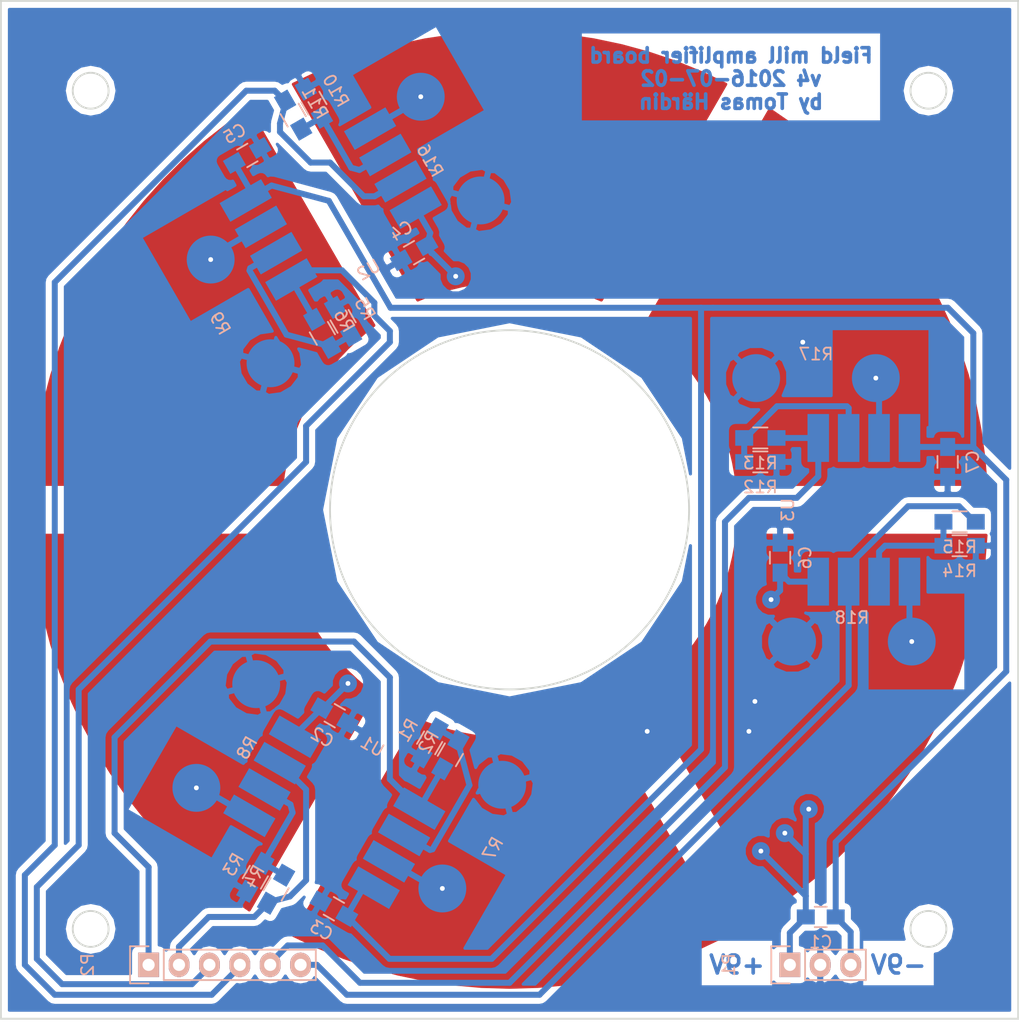
<source format=kicad_pcb>
(kicad_pcb (version 4) (host pcbnew 4.0.2-stable)

  (general
    (links 62)
    (no_connects 0)
    (area 57.424999 57.424999 142.575001 142.575001)
    (thickness 1.6)
    (drawings 12)
    (tracks 201)
    (zones 0)
    (modules 30)
    (nets 22)
  )

  (page A4)
  (layers
    (0 F.Cu signal)
    (1 Airwires signal)
    (2 In2.Cu signal)
    (31 B.Cu signal)
    (32 B.Adhes user)
    (33 F.Adhes user)
    (34 B.Paste user)
    (35 F.Paste user)
    (36 B.SilkS user)
    (37 F.SilkS user)
    (38 B.Mask user)
    (39 F.Mask user)
    (40 Dwgs.User user)
    (41 Cmts.User user)
    (42 Eco1.User user)
    (43 Eco2.User user)
    (44 Edge.Cuts user)
    (45 Margin user)
    (46 B.CrtYd user)
    (47 F.CrtYd user)
    (48 B.Fab user)
    (49 F.Fab user)
  )

  (setup
    (last_trace_width 0.5)
    (user_trace_width 0.4)
    (user_trace_width 0.5)
    (user_trace_width 2)
    (trace_clearance 0.35)
    (zone_clearance 0.508)
    (zone_45_only no)
    (trace_min 0.2)
    (segment_width 0.2)
    (edge_width 0.15)
    (via_size 1.5)
    (via_drill 0.4)
    (via_min_size 1)
    (via_min_drill 0.3)
    (user_via 1.5 0.3)
    (blind_buried_vias_allowed yes)
    (uvia_size 0.3)
    (uvia_drill 0.1)
    (uvias_allowed no)
    (uvia_min_size 0.2)
    (uvia_min_drill 0.1)
    (pcb_text_width 0.3)
    (pcb_text_size 1.5 1.5)
    (mod_edge_width 0.15)
    (mod_text_size 1 1)
    (mod_text_width 0.15)
    (pad_size 1.524 1.524)
    (pad_drill 0.762)
    (pad_to_mask_clearance 0.2)
    (aux_axis_origin 0 0)
    (grid_origin 100 100)
    (visible_elements FFFFFF7F)
    (pcbplotparams
      (layerselection 0x00030_80000001)
      (usegerberextensions false)
      (excludeedgelayer true)
      (linewidth 0.100000)
      (plotframeref false)
      (viasonmask false)
      (mode 1)
      (useauxorigin false)
      (hpglpennumber 1)
      (hpglpenspeed 20)
      (hpglpendiameter 15)
      (hpglpenoverlay 2)
      (psnegative false)
      (psa4output false)
      (plotreference true)
      (plotvalue true)
      (plotinvisibletext false)
      (padsonsilk false)
      (subtractmaskfromsilk false)
      (outputformat 1)
      (mirror false)
      (drillshape 1)
      (scaleselection 1)
      (outputdirectory ""))
  )

  (net 0 "")
  (net 1 /SENSOR1)
  (net 2 /SENSOR2)
  (net 3 /SENSOR3)
  (net 4 /SENSOR4)
  (net 5 /SENSOR5)
  (net 6 GND)
  (net 7 "Net-(P2-Pad1)")
  (net 8 "Net-(P2-Pad2)")
  (net 9 "Net-(P2-Pad3)")
  (net 10 "Net-(P2-Pad4)")
  (net 11 "Net-(P2-Pad5)")
  (net 12 "Net-(P2-Pad6)")
  (net 13 /GRD1)
  (net 14 /GRD2)
  (net 15 /GRD3)
  (net 16 /GRD4)
  (net 17 /GRD5)
  (net 18 /GRD6)
  (net 19 /SENSOR6)
  (net 20 +9V)
  (net 21 -9VA)

  (net_class Default "This is the default net class."
    (clearance 0.35)
    (trace_width 0.3)
    (via_dia 1.5)
    (via_drill 0.4)
    (uvia_dia 0.3)
    (uvia_drill 0.1)
    (add_net +9V)
    (add_net -9VA)
    (add_net /GRD1)
    (add_net /GRD2)
    (add_net /GRD3)
    (add_net /GRD4)
    (add_net /GRD5)
    (add_net /GRD6)
    (add_net /SENSOR1)
    (add_net /SENSOR2)
    (add_net /SENSOR3)
    (add_net /SENSOR4)
    (add_net /SENSOR5)
    (add_net /SENSOR6)
    (add_net GND)
    (add_net "Net-(P2-Pad1)")
    (add_net "Net-(P2-Pad2)")
    (add_net "Net-(P2-Pad3)")
    (add_net "Net-(P2-Pad4)")
    (add_net "Net-(P2-Pad5)")
    (add_net "Net-(P2-Pad6)")
  )

  (module SCUBE:DIP8-SMD (layer B.Cu) (tedit 5773D63F) (tstamp 5777C678)
    (at 85.358234 125.255165 150)
    (path /5777C89F)
    (fp_text reference U1 (at 0 6.35 150) (layer B.SilkS)
      (effects (font (size 1 1) (thickness 0.15)) (justify mirror))
    )
    (fp_text value OPA2604 (at 0 7.62 150) (layer B.Fab)
      (effects (font (size 1 1) (thickness 0.15)) (justify mirror))
    )
    (fp_arc (start 0 5.08) (end 1.27 5.08) (angle -180) (layer B.CrtYd) (width 0.15))
    (fp_line (start -3.175 -5.08) (end -3.175 5.08) (layer B.CrtYd) (width 0.15))
    (fp_line (start 3.175 -5.08) (end -3.175 -5.08) (layer B.CrtYd) (width 0.15))
    (fp_line (start 3.175 5.08) (end 3.175 -5.08) (layer B.CrtYd) (width 0.15))
    (fp_line (start -3.175 5.08) (end 3.175 5.08) (layer B.CrtYd) (width 0.15))
    (pad 1 smd rect (at -6 3.81 150) (size 4 1.8) (layers B.Cu B.Paste B.Mask)
      (net 7 "Net-(P2-Pad1)"))
    (pad 2 smd rect (at -6 1.27 150) (size 4 1.8) (layers B.Cu B.Paste B.Mask)
      (net 13 /GRD1))
    (pad 3 smd rect (at -6 -1.27 150) (size 4 1.8) (layers B.Cu B.Paste B.Mask)
      (net 1 /SENSOR1))
    (pad 4 smd rect (at -6 -3.81 150) (size 4 1.8) (layers B.Cu B.Paste B.Mask)
      (net 21 -9VA))
    (pad 5 smd rect (at 6 -3.81 150) (size 4 1.8) (layers B.Cu B.Paste B.Mask)
      (net 2 /SENSOR2))
    (pad 6 smd rect (at 6 -1.27 150) (size 4 1.8) (layers B.Cu B.Paste B.Mask)
      (net 14 /GRD2))
    (pad 7 smd rect (at 6 1.27 150) (size 4 1.8) (layers B.Cu B.Paste B.Mask)
      (net 8 "Net-(P2-Pad2)"))
    (pad 8 smd rect (at 6 3.81 150) (size 4 1.8) (layers B.Cu B.Paste B.Mask)
      (net 20 +9V))
  )

  (module Capacitors_SMD:C_0805_HandSoldering (layer B.Cu) (tedit 541A9B8D) (tstamp 5777C5A7)
    (at 126 134)
    (descr "Capacitor SMD 0805, hand soldering")
    (tags "capacitor 0805")
    (path /5773D48C)
    (attr smd)
    (fp_text reference C1 (at 0 2.1) (layer B.SilkS)
      (effects (font (size 1 1) (thickness 0.15)) (justify mirror))
    )
    (fp_text value 10u (at 0 -2.1) (layer B.Fab)
      (effects (font (size 1 1) (thickness 0.15)) (justify mirror))
    )
    (fp_line (start -2.3 1) (end 2.3 1) (layer B.CrtYd) (width 0.05))
    (fp_line (start -2.3 -1) (end 2.3 -1) (layer B.CrtYd) (width 0.05))
    (fp_line (start -2.3 1) (end -2.3 -1) (layer B.CrtYd) (width 0.05))
    (fp_line (start 2.3 1) (end 2.3 -1) (layer B.CrtYd) (width 0.05))
    (fp_line (start 0.5 0.85) (end -0.5 0.85) (layer B.SilkS) (width 0.15))
    (fp_line (start -0.5 -0.85) (end 0.5 -0.85) (layer B.SilkS) (width 0.15))
    (pad 1 smd rect (at -1.25 0) (size 1.5 1.25) (layers B.Cu B.Paste B.Mask)
      (net 20 +9V))
    (pad 2 smd rect (at 1.25 0) (size 1.5 1.25) (layers B.Cu B.Paste B.Mask)
      (net 21 -9VA))
    (model Capacitors_SMD.3dshapes/C_0805_HandSoldering.wrl
      (at (xyz 0 0 0))
      (scale (xyz 1 1 1))
      (rotate (xyz 0 0 0))
    )
  )

  (module Capacitors_SMD:C_0805_HandSoldering (layer B.Cu) (tedit 541A9B8D) (tstamp 5777C5AD)
    (at 85.394132 117.192987 330)
    (descr "Capacitor SMD 0805, hand soldering")
    (tags "capacitor 0805")
    (path /5774053D)
    (attr smd)
    (fp_text reference C2 (at 0 2.1 330) (layer B.SilkS)
      (effects (font (size 1 1) (thickness 0.15)) (justify mirror))
    )
    (fp_text value 100n (at 0 -2.1 330) (layer B.Fab)
      (effects (font (size 1 1) (thickness 0.15)) (justify mirror))
    )
    (fp_line (start -2.3 1) (end 2.3 1) (layer B.CrtYd) (width 0.05))
    (fp_line (start -2.3 -1) (end 2.3 -1) (layer B.CrtYd) (width 0.05))
    (fp_line (start -2.3 1) (end -2.3 -1) (layer B.CrtYd) (width 0.05))
    (fp_line (start 2.3 1) (end 2.3 -1) (layer B.CrtYd) (width 0.05))
    (fp_line (start 0.5 0.85) (end -0.5 0.85) (layer B.SilkS) (width 0.15))
    (fp_line (start -0.5 -0.85) (end 0.5 -0.85) (layer B.SilkS) (width 0.15))
    (pad 1 smd rect (at -1.25 0 330) (size 1.5 1.25) (layers B.Cu B.Paste B.Mask)
      (net 20 +9V))
    (pad 2 smd rect (at 1.25 0 330) (size 1.5 1.25) (layers B.Cu B.Paste B.Mask)
      (net 6 GND))
    (model Capacitors_SMD.3dshapes/C_0805_HandSoldering.wrl
      (at (xyz 0 0 0))
      (scale (xyz 1 1 1))
      (rotate (xyz 0 0 0))
    )
  )

  (module Capacitors_SMD:C_0805_HandSoldering (layer B.Cu) (tedit 541A9B8D) (tstamp 5777C5B3)
    (at 85.322335 133.317343 330)
    (descr "Capacitor SMD 0805, hand soldering")
    (tags "capacitor 0805")
    (path /5773E78A)
    (attr smd)
    (fp_text reference C3 (at 0 2.1 330) (layer B.SilkS)
      (effects (font (size 1 1) (thickness 0.15)) (justify mirror))
    )
    (fp_text value 100n (at 0 -2.1 330) (layer B.Fab)
      (effects (font (size 1 1) (thickness 0.15)) (justify mirror))
    )
    (fp_line (start -2.3 1) (end 2.3 1) (layer B.CrtYd) (width 0.05))
    (fp_line (start -2.3 -1) (end 2.3 -1) (layer B.CrtYd) (width 0.05))
    (fp_line (start -2.3 1) (end -2.3 -1) (layer B.CrtYd) (width 0.05))
    (fp_line (start 2.3 1) (end 2.3 -1) (layer B.CrtYd) (width 0.05))
    (fp_line (start 0.5 0.85) (end -0.5 0.85) (layer B.SilkS) (width 0.15))
    (fp_line (start -0.5 -0.85) (end 0.5 -0.85) (layer B.SilkS) (width 0.15))
    (pad 1 smd rect (at -1.25 0 330) (size 1.5 1.25) (layers B.Cu B.Paste B.Mask)
      (net 6 GND))
    (pad 2 smd rect (at 1.25 0 330) (size 1.5 1.25) (layers B.Cu B.Paste B.Mask)
      (net 21 -9VA))
    (model Capacitors_SMD.3dshapes/C_0805_HandSoldering.wrl
      (at (xyz 0 0 0))
      (scale (xyz 1 1 1))
      (rotate (xyz 0 0 0))
    )
  )

  (module Capacitors_SMD:C_0805_HandSoldering (layer B.Cu) (tedit 541A9B8D) (tstamp 5777C5B9)
    (at 92.018488 78.529445 210)
    (descr "Capacitor SMD 0805, hand soldering")
    (tags "capacitor 0805")
    (path /5777FD3F)
    (attr smd)
    (fp_text reference C4 (at 0 2.1 210) (layer B.SilkS)
      (effects (font (size 1 1) (thickness 0.15)) (justify mirror))
    )
    (fp_text value 100n (at 0 -2.1 210) (layer B.Fab)
      (effects (font (size 1 1) (thickness 0.15)) (justify mirror))
    )
    (fp_line (start -2.3 1) (end 2.3 1) (layer B.CrtYd) (width 0.05))
    (fp_line (start -2.3 -1) (end 2.3 -1) (layer B.CrtYd) (width 0.05))
    (fp_line (start -2.3 1) (end -2.3 -1) (layer B.CrtYd) (width 0.05))
    (fp_line (start 2.3 1) (end 2.3 -1) (layer B.CrtYd) (width 0.05))
    (fp_line (start 0.5 0.85) (end -0.5 0.85) (layer B.SilkS) (width 0.15))
    (fp_line (start -0.5 -0.85) (end 0.5 -0.85) (layer B.SilkS) (width 0.15))
    (pad 1 smd rect (at -1.25 0 210) (size 1.5 1.25) (layers B.Cu B.Paste B.Mask)
      (net 20 +9V))
    (pad 2 smd rect (at 1.25 0 210) (size 1.5 1.25) (layers B.Cu B.Paste B.Mask)
      (net 6 GND))
    (model Capacitors_SMD.3dshapes/C_0805_HandSoldering.wrl
      (at (xyz 0 0 0))
      (scale (xyz 1 1 1))
      (rotate (xyz 0 0 0))
    )
  )

  (module Capacitors_SMD:C_0805_HandSoldering (layer B.Cu) (tedit 541A9B8D) (tstamp 5777C5BF)
    (at 78.090285 70.405089 210)
    (descr "Capacitor SMD 0805, hand soldering")
    (tags "capacitor 0805")
    (path /5777FD1B)
    (attr smd)
    (fp_text reference C5 (at 0 2.1 210) (layer B.SilkS)
      (effects (font (size 1 1) (thickness 0.15)) (justify mirror))
    )
    (fp_text value 100n (at 0 -2.1 210) (layer B.Fab)
      (effects (font (size 1 1) (thickness 0.15)) (justify mirror))
    )
    (fp_line (start -2.3 1) (end 2.3 1) (layer B.CrtYd) (width 0.05))
    (fp_line (start -2.3 -1) (end 2.3 -1) (layer B.CrtYd) (width 0.05))
    (fp_line (start -2.3 1) (end -2.3 -1) (layer B.CrtYd) (width 0.05))
    (fp_line (start 2.3 1) (end 2.3 -1) (layer B.CrtYd) (width 0.05))
    (fp_line (start 0.5 0.85) (end -0.5 0.85) (layer B.SilkS) (width 0.15))
    (fp_line (start -0.5 -0.85) (end 0.5 -0.85) (layer B.SilkS) (width 0.15))
    (pad 1 smd rect (at -1.25 0 210) (size 1.5 1.25) (layers B.Cu B.Paste B.Mask)
      (net 6 GND))
    (pad 2 smd rect (at 1.25 0 210) (size 1.5 1.25) (layers B.Cu B.Paste B.Mask)
      (net 21 -9VA))
    (model Capacitors_SMD.3dshapes/C_0805_HandSoldering.wrl
      (at (xyz 0 0 0))
      (scale (xyz 1 1 1))
      (rotate (xyz 0 0 0))
    )
  )

  (module Capacitors_SMD:C_0805_HandSoldering (layer B.Cu) (tedit 541A9B8D) (tstamp 5777C5C5)
    (at 122.604041 104 90)
    (descr "Capacitor SMD 0805, hand soldering")
    (tags "capacitor 0805")
    (path /577805AF)
    (attr smd)
    (fp_text reference C6 (at 0 2.1 90) (layer B.SilkS)
      (effects (font (size 1 1) (thickness 0.15)) (justify mirror))
    )
    (fp_text value 100n (at 0 -2.1 90) (layer B.Fab)
      (effects (font (size 1 1) (thickness 0.15)) (justify mirror))
    )
    (fp_line (start -2.3 1) (end 2.3 1) (layer B.CrtYd) (width 0.05))
    (fp_line (start -2.3 -1) (end 2.3 -1) (layer B.CrtYd) (width 0.05))
    (fp_line (start -2.3 1) (end -2.3 -1) (layer B.CrtYd) (width 0.05))
    (fp_line (start 2.3 1) (end 2.3 -1) (layer B.CrtYd) (width 0.05))
    (fp_line (start 0.5 0.85) (end -0.5 0.85) (layer B.SilkS) (width 0.15))
    (fp_line (start -0.5 -0.85) (end 0.5 -0.85) (layer B.SilkS) (width 0.15))
    (pad 1 smd rect (at -1.25 0 90) (size 1.5 1.25) (layers B.Cu B.Paste B.Mask)
      (net 20 +9V))
    (pad 2 smd rect (at 1.25 0 90) (size 1.5 1.25) (layers B.Cu B.Paste B.Mask)
      (net 6 GND))
    (model Capacitors_SMD.3dshapes/C_0805_HandSoldering.wrl
      (at (xyz 0 0 0))
      (scale (xyz 1 1 1))
      (rotate (xyz 0 0 0))
    )
  )

  (module Capacitors_SMD:C_0805_HandSoldering (layer B.Cu) (tedit 541A9B8D) (tstamp 5777C5CB)
    (at 136.60404 96.000001 90)
    (descr "Capacitor SMD 0805, hand soldering")
    (tags "capacitor 0805")
    (path /5778058B)
    (attr smd)
    (fp_text reference C7 (at 0 2.1 90) (layer B.SilkS)
      (effects (font (size 1 1) (thickness 0.15)) (justify mirror))
    )
    (fp_text value 100n (at 0 -2.1 90) (layer B.Fab)
      (effects (font (size 1 1) (thickness 0.15)) (justify mirror))
    )
    (fp_line (start -2.3 1) (end 2.3 1) (layer B.CrtYd) (width 0.05))
    (fp_line (start -2.3 -1) (end 2.3 -1) (layer B.CrtYd) (width 0.05))
    (fp_line (start -2.3 1) (end -2.3 -1) (layer B.CrtYd) (width 0.05))
    (fp_line (start 2.3 1) (end 2.3 -1) (layer B.CrtYd) (width 0.05))
    (fp_line (start 0.5 0.85) (end -0.5 0.85) (layer B.SilkS) (width 0.15))
    (fp_line (start -0.5 -0.85) (end 0.5 -0.85) (layer B.SilkS) (width 0.15))
    (pad 1 smd rect (at -1.25 0 90) (size 1.5 1.25) (layers B.Cu B.Paste B.Mask)
      (net 6 GND))
    (pad 2 smd rect (at 1.25 0 90) (size 1.5 1.25) (layers B.Cu B.Paste B.Mask)
      (net 21 -9VA))
    (model Capacitors_SMD.3dshapes/C_0805_HandSoldering.wrl
      (at (xyz 0 0 0))
      (scale (xyz 1 1 1))
      (rotate (xyz 0 0 0))
    )
  )

  (module Pin_Headers:Pin_Header_Straight_1x03 (layer B.Cu) (tedit 0) (tstamp 5777C5F6)
    (at 123.42 138 270)
    (descr "Through hole pin header")
    (tags "pin header")
    (path /57693B01)
    (fp_text reference P1 (at 0 5.1 270) (layer B.SilkS)
      (effects (font (size 1 1) (thickness 0.15)) (justify mirror))
    )
    (fp_text value CONN_01X03 (at 0 3.1 270) (layer B.Fab)
      (effects (font (size 1 1) (thickness 0.15)) (justify mirror))
    )
    (fp_line (start -1.75 1.75) (end -1.75 -6.85) (layer B.CrtYd) (width 0.05))
    (fp_line (start 1.75 1.75) (end 1.75 -6.85) (layer B.CrtYd) (width 0.05))
    (fp_line (start -1.75 1.75) (end 1.75 1.75) (layer B.CrtYd) (width 0.05))
    (fp_line (start -1.75 -6.85) (end 1.75 -6.85) (layer B.CrtYd) (width 0.05))
    (fp_line (start -1.27 -1.27) (end -1.27 -6.35) (layer B.SilkS) (width 0.15))
    (fp_line (start -1.27 -6.35) (end 1.27 -6.35) (layer B.SilkS) (width 0.15))
    (fp_line (start 1.27 -6.35) (end 1.27 -1.27) (layer B.SilkS) (width 0.15))
    (fp_line (start 1.55 1.55) (end 1.55 0) (layer B.SilkS) (width 0.15))
    (fp_line (start 1.27 -1.27) (end -1.27 -1.27) (layer B.SilkS) (width 0.15))
    (fp_line (start -1.55 0) (end -1.55 1.55) (layer B.SilkS) (width 0.15))
    (fp_line (start -1.55 1.55) (end 1.55 1.55) (layer B.SilkS) (width 0.15))
    (pad 1 thru_hole rect (at 0 0 270) (size 2.032 1.7272) (drill 1.016) (layers *.Cu *.Mask B.SilkS)
      (net 20 +9V))
    (pad 2 thru_hole oval (at 0 -2.54 270) (size 2.032 1.7272) (drill 1.016) (layers *.Cu *.Mask B.SilkS)
      (net 6 GND))
    (pad 3 thru_hole oval (at 0 -5.08 270) (size 2.032 1.7272) (drill 1.016) (layers *.Cu *.Mask B.SilkS)
      (net 21 -9VA))
    (model Pin_Headers.3dshapes/Pin_Header_Straight_1x03.wrl
      (at (xyz 0 -0.1 0))
      (scale (xyz 1 1 1))
      (rotate (xyz 0 0 90))
    )
  )

  (module Pin_Headers:Pin_Header_Straight_1x06 (layer B.Cu) (tedit 0) (tstamp 5777C600)
    (at 69.84 138 270)
    (descr "Through hole pin header")
    (tags "pin header")
    (path /5773E1D1)
    (fp_text reference P2 (at 0 5.1 270) (layer B.SilkS)
      (effects (font (size 1 1) (thickness 0.15)) (justify mirror))
    )
    (fp_text value CONN_01X06 (at 0 3.1 270) (layer B.Fab)
      (effects (font (size 1 1) (thickness 0.15)) (justify mirror))
    )
    (fp_line (start -1.75 1.75) (end -1.75 -14.45) (layer B.CrtYd) (width 0.05))
    (fp_line (start 1.75 1.75) (end 1.75 -14.45) (layer B.CrtYd) (width 0.05))
    (fp_line (start -1.75 1.75) (end 1.75 1.75) (layer B.CrtYd) (width 0.05))
    (fp_line (start -1.75 -14.45) (end 1.75 -14.45) (layer B.CrtYd) (width 0.05))
    (fp_line (start 1.27 -1.27) (end 1.27 -13.97) (layer B.SilkS) (width 0.15))
    (fp_line (start 1.27 -13.97) (end -1.27 -13.97) (layer B.SilkS) (width 0.15))
    (fp_line (start -1.27 -13.97) (end -1.27 -1.27) (layer B.SilkS) (width 0.15))
    (fp_line (start 1.55 1.55) (end 1.55 0) (layer B.SilkS) (width 0.15))
    (fp_line (start 1.27 -1.27) (end -1.27 -1.27) (layer B.SilkS) (width 0.15))
    (fp_line (start -1.55 0) (end -1.55 1.55) (layer B.SilkS) (width 0.15))
    (fp_line (start -1.55 1.55) (end 1.55 1.55) (layer B.SilkS) (width 0.15))
    (pad 1 thru_hole rect (at 0 0 270) (size 2.032 1.7272) (drill 1.016) (layers *.Cu *.Mask B.SilkS)
      (net 7 "Net-(P2-Pad1)"))
    (pad 2 thru_hole oval (at 0 -2.54 270) (size 2.032 1.7272) (drill 1.016) (layers *.Cu *.Mask B.SilkS)
      (net 8 "Net-(P2-Pad2)"))
    (pad 3 thru_hole oval (at 0 -5.08 270) (size 2.032 1.7272) (drill 1.016) (layers *.Cu *.Mask B.SilkS)
      (net 9 "Net-(P2-Pad3)"))
    (pad 4 thru_hole oval (at 0 -7.62 270) (size 2.032 1.7272) (drill 1.016) (layers *.Cu *.Mask B.SilkS)
      (net 10 "Net-(P2-Pad4)"))
    (pad 5 thru_hole oval (at 0 -10.16 270) (size 2.032 1.7272) (drill 1.016) (layers *.Cu *.Mask B.SilkS)
      (net 11 "Net-(P2-Pad5)"))
    (pad 6 thru_hole oval (at 0 -12.7 270) (size 2.032 1.7272) (drill 1.016) (layers *.Cu *.Mask B.SilkS)
      (net 12 "Net-(P2-Pad6)"))
    (model Pin_Headers.3dshapes/Pin_Header_Straight_1x06.wrl
      (at (xyz 0 -0.25 0))
      (scale (xyz 1 1 1))
      (rotate (xyz 0 0 90))
    )
  )

  (module Resistors_SMD:R_0805_HandSoldering (layer B.Cu) (tedit 54189DEE) (tstamp 5777C606)
    (at 93.322336 119.460936 240)
    (descr "Resistor SMD 0805, hand soldering")
    (tags "resistor 0805")
    (path /5773EA03)
    (attr smd)
    (fp_text reference R1 (at 0 2.1 240) (layer B.SilkS)
      (effects (font (size 1 1) (thickness 0.15)) (justify mirror))
    )
    (fp_text value 10k (at 0 -2.1 240) (layer B.Fab)
      (effects (font (size 1 1) (thickness 0.15)) (justify mirror))
    )
    (fp_line (start -2.4 1) (end 2.4 1) (layer B.CrtYd) (width 0.05))
    (fp_line (start -2.4 -1) (end 2.4 -1) (layer B.CrtYd) (width 0.05))
    (fp_line (start -2.4 1) (end -2.4 -1) (layer B.CrtYd) (width 0.05))
    (fp_line (start 2.4 1) (end 2.4 -1) (layer B.CrtYd) (width 0.05))
    (fp_line (start 0.6 -0.875) (end -0.6 -0.875) (layer B.SilkS) (width 0.15))
    (fp_line (start -0.6 0.875) (end 0.6 0.875) (layer B.SilkS) (width 0.15))
    (pad 1 smd rect (at -1.35 0 240) (size 1.5 1.3) (layers B.Cu B.Paste B.Mask)
      (net 13 /GRD1))
    (pad 2 smd rect (at 1.35 0 240) (size 1.5 1.3) (layers B.Cu B.Paste B.Mask)
      (net 6 GND))
    (model Resistors_SMD.3dshapes/R_0805_HandSoldering.wrl
      (at (xyz 0 0 0))
      (scale (xyz 1 1 1))
      (rotate (xyz 0 0 0))
    )
  )

  (module Resistors_SMD:R_0805_HandSoldering (layer B.Cu) (tedit 54189DEE) (tstamp 5777C60C)
    (at 95.054386 120.460936 240)
    (descr "Resistor SMD 0805, hand soldering")
    (tags "resistor 0805")
    (path /5773E90F)
    (attr smd)
    (fp_text reference R2 (at 0 2.1 240) (layer B.SilkS)
      (effects (font (size 1 1) (thickness 0.15)) (justify mirror))
    )
    (fp_text value 100k (at 0 -2.1 240) (layer B.Fab)
      (effects (font (size 1 1) (thickness 0.15)) (justify mirror))
    )
    (fp_line (start -2.4 1) (end 2.4 1) (layer B.CrtYd) (width 0.05))
    (fp_line (start -2.4 -1) (end 2.4 -1) (layer B.CrtYd) (width 0.05))
    (fp_line (start -2.4 1) (end -2.4 -1) (layer B.CrtYd) (width 0.05))
    (fp_line (start 2.4 1) (end 2.4 -1) (layer B.CrtYd) (width 0.05))
    (fp_line (start 0.6 -0.875) (end -0.6 -0.875) (layer B.SilkS) (width 0.15))
    (fp_line (start -0.6 0.875) (end 0.6 0.875) (layer B.SilkS) (width 0.15))
    (pad 1 smd rect (at -1.35 0 240) (size 1.5 1.3) (layers B.Cu B.Paste B.Mask)
      (net 13 /GRD1))
    (pad 2 smd rect (at 1.35 0 240) (size 1.5 1.3) (layers B.Cu B.Paste B.Mask)
      (net 7 "Net-(P2-Pad1)"))
    (model Resistors_SMD.3dshapes/R_0805_HandSoldering.wrl
      (at (xyz 0 0 0))
      (scale (xyz 1 1 1))
      (rotate (xyz 0 0 0))
    )
  )

  (module Resistors_SMD:R_0805_HandSoldering (layer B.Cu) (tedit 54189DEE) (tstamp 5777C612)
    (at 78.760158 130.683368 240)
    (descr "Resistor SMD 0805, hand soldering")
    (tags "resistor 0805")
    (path /5777FB53)
    (attr smd)
    (fp_text reference R3 (at 0 2.1 240) (layer B.SilkS)
      (effects (font (size 1 1) (thickness 0.15)) (justify mirror))
    )
    (fp_text value 10k (at 0 -2.1 240) (layer B.Fab)
      (effects (font (size 1 1) (thickness 0.15)) (justify mirror))
    )
    (fp_line (start -2.4 1) (end 2.4 1) (layer B.CrtYd) (width 0.05))
    (fp_line (start -2.4 -1) (end 2.4 -1) (layer B.CrtYd) (width 0.05))
    (fp_line (start -2.4 1) (end -2.4 -1) (layer B.CrtYd) (width 0.05))
    (fp_line (start 2.4 1) (end 2.4 -1) (layer B.CrtYd) (width 0.05))
    (fp_line (start 0.6 -0.875) (end -0.6 -0.875) (layer B.SilkS) (width 0.15))
    (fp_line (start -0.6 0.875) (end 0.6 0.875) (layer B.SilkS) (width 0.15))
    (pad 1 smd rect (at -1.35 0 240) (size 1.5 1.3) (layers B.Cu B.Paste B.Mask)
      (net 14 /GRD2))
    (pad 2 smd rect (at 1.35 0 240) (size 1.5 1.3) (layers B.Cu B.Paste B.Mask)
      (net 6 GND))
    (model Resistors_SMD.3dshapes/R_0805_HandSoldering.wrl
      (at (xyz 0 0 0))
      (scale (xyz 1 1 1))
      (rotate (xyz 0 0 0))
    )
  )

  (module Resistors_SMD:R_0805_HandSoldering (layer B.Cu) (tedit 54189DEE) (tstamp 5777C618)
    (at 80.492209 131.683368 240)
    (descr "Resistor SMD 0805, hand soldering")
    (tags "resistor 0805")
    (path /5777FB4C)
    (attr smd)
    (fp_text reference R4 (at 0 2.1 240) (layer B.SilkS)
      (effects (font (size 1 1) (thickness 0.15)) (justify mirror))
    )
    (fp_text value 100k (at 0 -2.1 240) (layer B.Fab)
      (effects (font (size 1 1) (thickness 0.15)) (justify mirror))
    )
    (fp_line (start -2.4 1) (end 2.4 1) (layer B.CrtYd) (width 0.05))
    (fp_line (start -2.4 -1) (end 2.4 -1) (layer B.CrtYd) (width 0.05))
    (fp_line (start -2.4 1) (end -2.4 -1) (layer B.CrtYd) (width 0.05))
    (fp_line (start 2.4 1) (end 2.4 -1) (layer B.CrtYd) (width 0.05))
    (fp_line (start 0.6 -0.875) (end -0.6 -0.875) (layer B.SilkS) (width 0.15))
    (fp_line (start -0.6 0.875) (end 0.6 0.875) (layer B.SilkS) (width 0.15))
    (pad 1 smd rect (at -1.35 0 240) (size 1.5 1.3) (layers B.Cu B.Paste B.Mask)
      (net 14 /GRD2))
    (pad 2 smd rect (at 1.35 0 240) (size 1.5 1.3) (layers B.Cu B.Paste B.Mask)
      (net 8 "Net-(P2-Pad2)"))
    (model Resistors_SMD.3dshapes/R_0805_HandSoldering.wrl
      (at (xyz 0 0 0))
      (scale (xyz 1 1 1))
      (rotate (xyz 0 0 0))
    )
  )

  (module Resistors_SMD:R_0805_HandSoldering (layer B.Cu) (tedit 54189DEE) (tstamp 5777C61E)
    (at 86.090285 84.261496 120)
    (descr "Resistor SMD 0805, hand soldering")
    (tags "resistor 0805")
    (path /5777FD31)
    (attr smd)
    (fp_text reference R5 (at 0 2.1 120) (layer B.SilkS)
      (effects (font (size 1 1) (thickness 0.15)) (justify mirror))
    )
    (fp_text value 10k (at 0 -2.1 120) (layer B.Fab)
      (effects (font (size 1 1) (thickness 0.15)) (justify mirror))
    )
    (fp_line (start -2.4 1) (end 2.4 1) (layer B.CrtYd) (width 0.05))
    (fp_line (start -2.4 -1) (end 2.4 -1) (layer B.CrtYd) (width 0.05))
    (fp_line (start -2.4 1) (end -2.4 -1) (layer B.CrtYd) (width 0.05))
    (fp_line (start 2.4 1) (end 2.4 -1) (layer B.CrtYd) (width 0.05))
    (fp_line (start 0.6 -0.875) (end -0.6 -0.875) (layer B.SilkS) (width 0.15))
    (fp_line (start -0.6 0.875) (end 0.6 0.875) (layer B.SilkS) (width 0.15))
    (pad 1 smd rect (at -1.35 0 120) (size 1.5 1.3) (layers B.Cu B.Paste B.Mask)
      (net 15 /GRD3))
    (pad 2 smd rect (at 1.35 0 120) (size 1.5 1.3) (layers B.Cu B.Paste B.Mask)
      (net 6 GND))
    (model Resistors_SMD.3dshapes/R_0805_HandSoldering.wrl
      (at (xyz 0 0 0))
      (scale (xyz 1 1 1))
      (rotate (xyz 0 0 0))
    )
  )

  (module Resistors_SMD:R_0805_HandSoldering (layer B.Cu) (tedit 54189DEE) (tstamp 5777C624)
    (at 84.358234 85.261496 120)
    (descr "Resistor SMD 0805, hand soldering")
    (tags "resistor 0805")
    (path /5777FD2A)
    (attr smd)
    (fp_text reference R6 (at 0 2.1 120) (layer B.SilkS)
      (effects (font (size 1 1) (thickness 0.15)) (justify mirror))
    )
    (fp_text value 100k (at 0 -2.1 120) (layer B.Fab)
      (effects (font (size 1 1) (thickness 0.15)) (justify mirror))
    )
    (fp_line (start -2.4 1) (end 2.4 1) (layer B.CrtYd) (width 0.05))
    (fp_line (start -2.4 -1) (end 2.4 -1) (layer B.CrtYd) (width 0.05))
    (fp_line (start -2.4 1) (end -2.4 -1) (layer B.CrtYd) (width 0.05))
    (fp_line (start 2.4 1) (end 2.4 -1) (layer B.CrtYd) (width 0.05))
    (fp_line (start 0.6 -0.875) (end -0.6 -0.875) (layer B.SilkS) (width 0.15))
    (fp_line (start -0.6 0.875) (end 0.6 0.875) (layer B.SilkS) (width 0.15))
    (pad 1 smd rect (at -1.35 0 120) (size 1.5 1.3) (layers B.Cu B.Paste B.Mask)
      (net 15 /GRD3))
    (pad 2 smd rect (at 1.35 0 120) (size 1.5 1.3) (layers B.Cu B.Paste B.Mask)
      (net 9 "Net-(P2-Pad3)"))
    (model Resistors_SMD.3dshapes/R_0805_HandSoldering.wrl
      (at (xyz 0 0 0))
      (scale (xyz 1 1 1))
      (rotate (xyz 0 0 0))
    )
  )

  (module SCUBE:10mm-thru-smd (layer B.Cu) (tedit 5773D79C) (tstamp 5777C62A)
    (at 96.884513 127.291063 60)
    (path /5773D5D4)
    (fp_text reference R7 (at 0 2 60) (layer B.SilkS)
      (effects (font (size 1 1) (thickness 0.15)) (justify mirror))
    )
    (fp_text value 10M (at 0 4 60) (layer B.Fab)
      (effects (font (size 1 1) (thickness 0.15)) (justify mirror))
    )
    (fp_line (start -3 0) (end -5 0) (layer B.CrtYd) (width 0.15))
    (fp_line (start 3 0) (end 5 0) (layer B.CrtYd) (width 0.15))
    (fp_line (start -3 -1) (end -3 1) (layer B.CrtYd) (width 0.15))
    (fp_line (start 3 -1) (end -3 -1) (layer B.CrtYd) (width 0.15))
    (fp_line (start 3 1) (end 3 -1) (layer B.CrtYd) (width 0.15))
    (fp_line (start -3 1) (end 3 1) (layer B.CrtYd) (width 0.15))
    (pad 1 smd circle (at -5 0 60) (size 4 4) (layers B.Cu B.Paste B.Mask)
      (net 1 /SENSOR1))
    (pad 2 smd circle (at 5 0 60) (size 4 4) (layers B.Cu B.Paste B.Mask)
      (net 6 GND))
  )

  (module SCUBE:10mm-thru-smd (layer B.Cu) (tedit 5773D79C) (tstamp 5777C630)
    (at 76.331955 118.88914 60)
    (path /5777FB28)
    (fp_text reference R8 (at 0 2 60) (layer B.SilkS)
      (effects (font (size 1 1) (thickness 0.15)) (justify mirror))
    )
    (fp_text value 10M (at 0 4 60) (layer B.Fab)
      (effects (font (size 1 1) (thickness 0.15)) (justify mirror))
    )
    (fp_line (start -3 0) (end -5 0) (layer B.CrtYd) (width 0.15))
    (fp_line (start 3 0) (end 5 0) (layer B.CrtYd) (width 0.15))
    (fp_line (start -3 -1) (end -3 1) (layer B.CrtYd) (width 0.15))
    (fp_line (start 3 -1) (end -3 -1) (layer B.CrtYd) (width 0.15))
    (fp_line (start 3 1) (end 3 -1) (layer B.CrtYd) (width 0.15))
    (fp_line (start -3 1) (end 3 1) (layer B.CrtYd) (width 0.15))
    (pad 1 smd circle (at -5 0 60) (size 4 4) (layers B.Cu B.Paste B.Mask)
      (net 2 /SENSOR2))
    (pad 2 smd circle (at 5 0 60) (size 4 4) (layers B.Cu B.Paste B.Mask)
      (net 6 GND))
  )

  (module SCUBE:10mm-thru-smd (layer B.Cu) (tedit 5773D79C) (tstamp 5777C636)
    (at 77.528107 83.431369 300)
    (path /5777FD06)
    (fp_text reference R9 (at 0 2 300) (layer B.SilkS)
      (effects (font (size 1 1) (thickness 0.15)) (justify mirror))
    )
    (fp_text value 10M (at 0 4 300) (layer B.Fab)
      (effects (font (size 1 1) (thickness 0.15)) (justify mirror))
    )
    (fp_line (start -3 0) (end -5 0) (layer B.CrtYd) (width 0.15))
    (fp_line (start 3 0) (end 5 0) (layer B.CrtYd) (width 0.15))
    (fp_line (start -3 -1) (end -3 1) (layer B.CrtYd) (width 0.15))
    (fp_line (start 3 -1) (end -3 -1) (layer B.CrtYd) (width 0.15))
    (fp_line (start 3 1) (end 3 -1) (layer B.CrtYd) (width 0.15))
    (fp_line (start -3 1) (end 3 1) (layer B.CrtYd) (width 0.15))
    (pad 1 smd circle (at -5 0 300) (size 4 4) (layers B.Cu B.Paste B.Mask)
      (net 3 /SENSOR3))
    (pad 2 smd circle (at 5 0 300) (size 4 4) (layers B.Cu B.Paste B.Mask)
      (net 6 GND))
  )

  (module Resistors_SMD:R_0805_HandSoldering (layer B.Cu) (tedit 54189DEE) (tstamp 5777C63C)
    (at 83.652463 66.039064 120)
    (descr "Resistor SMD 0805, hand soldering")
    (tags "resistor 0805")
    (path /57780532)
    (attr smd)
    (fp_text reference R10 (at 0 2.1 120) (layer B.SilkS)
      (effects (font (size 1 1) (thickness 0.15)) (justify mirror))
    )
    (fp_text value 10k (at 0 -2.1 120) (layer B.Fab)
      (effects (font (size 1 1) (thickness 0.15)) (justify mirror))
    )
    (fp_line (start -2.4 1) (end 2.4 1) (layer B.CrtYd) (width 0.05))
    (fp_line (start -2.4 -1) (end 2.4 -1) (layer B.CrtYd) (width 0.05))
    (fp_line (start -2.4 1) (end -2.4 -1) (layer B.CrtYd) (width 0.05))
    (fp_line (start 2.4 1) (end 2.4 -1) (layer B.CrtYd) (width 0.05))
    (fp_line (start 0.6 -0.875) (end -0.6 -0.875) (layer B.SilkS) (width 0.15))
    (fp_line (start -0.6 0.875) (end 0.6 0.875) (layer B.SilkS) (width 0.15))
    (pad 1 smd rect (at -1.35 0 120) (size 1.5 1.3) (layers B.Cu B.Paste B.Mask)
      (net 16 /GRD4))
    (pad 2 smd rect (at 1.35 0 120) (size 1.5 1.3) (layers B.Cu B.Paste B.Mask)
      (net 6 GND))
    (model Resistors_SMD.3dshapes/R_0805_HandSoldering.wrl
      (at (xyz 0 0 0))
      (scale (xyz 1 1 1))
      (rotate (xyz 0 0 0))
    )
  )

  (module Resistors_SMD:R_0805_HandSoldering (layer B.Cu) (tedit 54189DEE) (tstamp 5777C642)
    (at 81.920412 67.039064 120)
    (descr "Resistor SMD 0805, hand soldering")
    (tags "resistor 0805")
    (path /5778052B)
    (attr smd)
    (fp_text reference R11 (at 0 2.1 120) (layer B.SilkS)
      (effects (font (size 1 1) (thickness 0.15)) (justify mirror))
    )
    (fp_text value 100k (at 0 -2.1 120) (layer B.Fab)
      (effects (font (size 1 1) (thickness 0.15)) (justify mirror))
    )
    (fp_line (start -2.4 1) (end 2.4 1) (layer B.CrtYd) (width 0.05))
    (fp_line (start -2.4 -1) (end 2.4 -1) (layer B.CrtYd) (width 0.05))
    (fp_line (start -2.4 1) (end -2.4 -1) (layer B.CrtYd) (width 0.05))
    (fp_line (start 2.4 1) (end 2.4 -1) (layer B.CrtYd) (width 0.05))
    (fp_line (start 0.6 -0.875) (end -0.6 -0.875) (layer B.SilkS) (width 0.15))
    (fp_line (start -0.6 0.875) (end 0.6 0.875) (layer B.SilkS) (width 0.15))
    (pad 1 smd rect (at -1.35 0 120) (size 1.5 1.3) (layers B.Cu B.Paste B.Mask)
      (net 16 /GRD4))
    (pad 2 smd rect (at 1.35 0 120) (size 1.5 1.3) (layers B.Cu B.Paste B.Mask)
      (net 10 "Net-(P2-Pad4)"))
    (model Resistors_SMD.3dshapes/R_0805_HandSoldering.wrl
      (at (xyz 0 0 0))
      (scale (xyz 1 1 1))
      (rotate (xyz 0 0 0))
    )
  )

  (module Resistors_SMD:R_0805_HandSoldering (layer B.Cu) (tedit 54189DEE) (tstamp 5777C648)
    (at 120.95404 96.000001)
    (descr "Resistor SMD 0805, hand soldering")
    (tags "resistor 0805")
    (path /577805A1)
    (attr smd)
    (fp_text reference R12 (at 0 2.1) (layer B.SilkS)
      (effects (font (size 1 1) (thickness 0.15)) (justify mirror))
    )
    (fp_text value 10k (at 0 -2.1) (layer B.Fab)
      (effects (font (size 1 1) (thickness 0.15)) (justify mirror))
    )
    (fp_line (start -2.4 1) (end 2.4 1) (layer B.CrtYd) (width 0.05))
    (fp_line (start -2.4 -1) (end 2.4 -1) (layer B.CrtYd) (width 0.05))
    (fp_line (start -2.4 1) (end -2.4 -1) (layer B.CrtYd) (width 0.05))
    (fp_line (start 2.4 1) (end 2.4 -1) (layer B.CrtYd) (width 0.05))
    (fp_line (start 0.6 -0.875) (end -0.6 -0.875) (layer B.SilkS) (width 0.15))
    (fp_line (start -0.6 0.875) (end 0.6 0.875) (layer B.SilkS) (width 0.15))
    (pad 1 smd rect (at -1.35 0) (size 1.5 1.3) (layers B.Cu B.Paste B.Mask)
      (net 17 /GRD5))
    (pad 2 smd rect (at 1.35 0) (size 1.5 1.3) (layers B.Cu B.Paste B.Mask)
      (net 6 GND))
    (model Resistors_SMD.3dshapes/R_0805_HandSoldering.wrl
      (at (xyz 0 0 0))
      (scale (xyz 1 1 1))
      (rotate (xyz 0 0 0))
    )
  )

  (module Resistors_SMD:R_0805_HandSoldering (layer B.Cu) (tedit 54189DEE) (tstamp 5777C64E)
    (at 120.954041 94)
    (descr "Resistor SMD 0805, hand soldering")
    (tags "resistor 0805")
    (path /5778059A)
    (attr smd)
    (fp_text reference R13 (at 0 2.1) (layer B.SilkS)
      (effects (font (size 1 1) (thickness 0.15)) (justify mirror))
    )
    (fp_text value 100k (at 0 -2.1) (layer B.Fab)
      (effects (font (size 1 1) (thickness 0.15)) (justify mirror))
    )
    (fp_line (start -2.4 1) (end 2.4 1) (layer B.CrtYd) (width 0.05))
    (fp_line (start -2.4 -1) (end 2.4 -1) (layer B.CrtYd) (width 0.05))
    (fp_line (start -2.4 1) (end -2.4 -1) (layer B.CrtYd) (width 0.05))
    (fp_line (start 2.4 1) (end 2.4 -1) (layer B.CrtYd) (width 0.05))
    (fp_line (start 0.6 -0.875) (end -0.6 -0.875) (layer B.SilkS) (width 0.15))
    (fp_line (start -0.6 0.875) (end 0.6 0.875) (layer B.SilkS) (width 0.15))
    (pad 1 smd rect (at -1.35 0) (size 1.5 1.3) (layers B.Cu B.Paste B.Mask)
      (net 17 /GRD5))
    (pad 2 smd rect (at 1.35 0) (size 1.5 1.3) (layers B.Cu B.Paste B.Mask)
      (net 11 "Net-(P2-Pad5)"))
    (model Resistors_SMD.3dshapes/R_0805_HandSoldering.wrl
      (at (xyz 0 0 0))
      (scale (xyz 1 1 1))
      (rotate (xyz 0 0 0))
    )
  )

  (module Resistors_SMD:R_0805_HandSoldering (layer B.Cu) (tedit 54189DEE) (tstamp 5777C654)
    (at 137.604041 103)
    (descr "Resistor SMD 0805, hand soldering")
    (tags "resistor 0805")
    (path /57780610)
    (attr smd)
    (fp_text reference R14 (at 0 2.1) (layer B.SilkS)
      (effects (font (size 1 1) (thickness 0.15)) (justify mirror))
    )
    (fp_text value 10k (at 0 -2.1) (layer B.Fab)
      (effects (font (size 1 1) (thickness 0.15)) (justify mirror))
    )
    (fp_line (start -2.4 1) (end 2.4 1) (layer B.CrtYd) (width 0.05))
    (fp_line (start -2.4 -1) (end 2.4 -1) (layer B.CrtYd) (width 0.05))
    (fp_line (start -2.4 1) (end -2.4 -1) (layer B.CrtYd) (width 0.05))
    (fp_line (start 2.4 1) (end 2.4 -1) (layer B.CrtYd) (width 0.05))
    (fp_line (start 0.6 -0.875) (end -0.6 -0.875) (layer B.SilkS) (width 0.15))
    (fp_line (start -0.6 0.875) (end 0.6 0.875) (layer B.SilkS) (width 0.15))
    (pad 1 smd rect (at -1.35 0) (size 1.5 1.3) (layers B.Cu B.Paste B.Mask)
      (net 18 /GRD6))
    (pad 2 smd rect (at 1.35 0) (size 1.5 1.3) (layers B.Cu B.Paste B.Mask)
      (net 6 GND))
    (model Resistors_SMD.3dshapes/R_0805_HandSoldering.wrl
      (at (xyz 0 0 0))
      (scale (xyz 1 1 1))
      (rotate (xyz 0 0 0))
    )
  )

  (module Resistors_SMD:R_0805_HandSoldering (layer B.Cu) (tedit 54189DEE) (tstamp 5777C65A)
    (at 137.60404 101.000001)
    (descr "Resistor SMD 0805, hand soldering")
    (tags "resistor 0805")
    (path /57780609)
    (attr smd)
    (fp_text reference R15 (at 0 2.1) (layer B.SilkS)
      (effects (font (size 1 1) (thickness 0.15)) (justify mirror))
    )
    (fp_text value 100k (at 0 -2.1) (layer B.Fab)
      (effects (font (size 1 1) (thickness 0.15)) (justify mirror))
    )
    (fp_line (start -2.4 1) (end 2.4 1) (layer B.CrtYd) (width 0.05))
    (fp_line (start -2.4 -1) (end 2.4 -1) (layer B.CrtYd) (width 0.05))
    (fp_line (start -2.4 1) (end -2.4 -1) (layer B.CrtYd) (width 0.05))
    (fp_line (start 2.4 1) (end 2.4 -1) (layer B.CrtYd) (width 0.05))
    (fp_line (start 0.6 -0.875) (end -0.6 -0.875) (layer B.SilkS) (width 0.15))
    (fp_line (start -0.6 0.875) (end 0.6 0.875) (layer B.SilkS) (width 0.15))
    (pad 1 smd rect (at -1.35 0) (size 1.5 1.3) (layers B.Cu B.Paste B.Mask)
      (net 18 /GRD6))
    (pad 2 smd rect (at 1.35 0) (size 1.5 1.3) (layers B.Cu B.Paste B.Mask)
      (net 12 "Net-(P2-Pad6)"))
    (model Resistors_SMD.3dshapes/R_0805_HandSoldering.wrl
      (at (xyz 0 0 0))
      (scale (xyz 1 1 1))
      (rotate (xyz 0 0 0))
    )
  )

  (module SCUBE:10mm-thru-smd (layer B.Cu) (tedit 5773D79C) (tstamp 5777C660)
    (at 95.080666 69.833292 300)
    (path /57780507)
    (fp_text reference R16 (at 0 2 300) (layer B.SilkS)
      (effects (font (size 1 1) (thickness 0.15)) (justify mirror))
    )
    (fp_text value 10M (at 0 4 300) (layer B.Fab)
      (effects (font (size 1 1) (thickness 0.15)) (justify mirror))
    )
    (fp_line (start -3 0) (end -5 0) (layer B.CrtYd) (width 0.15))
    (fp_line (start 3 0) (end 5 0) (layer B.CrtYd) (width 0.15))
    (fp_line (start -3 -1) (end -3 1) (layer B.CrtYd) (width 0.15))
    (fp_line (start 3 -1) (end -3 -1) (layer B.CrtYd) (width 0.15))
    (fp_line (start 3 1) (end 3 -1) (layer B.CrtYd) (width 0.15))
    (fp_line (start -3 1) (end 3 1) (layer B.CrtYd) (width 0.15))
    (pad 1 smd circle (at -5 0 300) (size 4 4) (layers B.Cu B.Paste B.Mask)
      (net 4 /SENSOR4))
    (pad 2 smd circle (at 5 0 300) (size 4 4) (layers B.Cu B.Paste B.Mask)
      (net 6 GND))
  )

  (module SCUBE:10mm-thru-smd (layer B.Cu) (tedit 5773D79C) (tstamp 5777C666)
    (at 125.60404 89 180)
    (path /57780576)
    (fp_text reference R17 (at 0 2 180) (layer B.SilkS)
      (effects (font (size 1 1) (thickness 0.15)) (justify mirror))
    )
    (fp_text value 10M (at 0 4 180) (layer B.Fab)
      (effects (font (size 1 1) (thickness 0.15)) (justify mirror))
    )
    (fp_line (start -3 0) (end -5 0) (layer B.CrtYd) (width 0.15))
    (fp_line (start 3 0) (end 5 0) (layer B.CrtYd) (width 0.15))
    (fp_line (start -3 -1) (end -3 1) (layer B.CrtYd) (width 0.15))
    (fp_line (start 3 -1) (end -3 -1) (layer B.CrtYd) (width 0.15))
    (fp_line (start 3 1) (end 3 -1) (layer B.CrtYd) (width 0.15))
    (fp_line (start -3 1) (end 3 1) (layer B.CrtYd) (width 0.15))
    (pad 1 smd circle (at -5 0 180) (size 4 4) (layers B.Cu B.Paste B.Mask)
      (net 5 /SENSOR5))
    (pad 2 smd circle (at 5 0 180) (size 4 4) (layers B.Cu B.Paste B.Mask)
      (net 6 GND))
  )

  (module SCUBE:10mm-thru-smd (layer B.Cu) (tedit 5773D79C) (tstamp 5777C66C)
    (at 128.60404 111 180)
    (path /577805E5)
    (fp_text reference R18 (at 0 2 180) (layer B.SilkS)
      (effects (font (size 1 1) (thickness 0.15)) (justify mirror))
    )
    (fp_text value 10M (at 0 4 180) (layer B.Fab)
      (effects (font (size 1 1) (thickness 0.15)) (justify mirror))
    )
    (fp_line (start -3 0) (end -5 0) (layer B.CrtYd) (width 0.15))
    (fp_line (start 3 0) (end 5 0) (layer B.CrtYd) (width 0.15))
    (fp_line (start -3 -1) (end -3 1) (layer B.CrtYd) (width 0.15))
    (fp_line (start 3 -1) (end -3 -1) (layer B.CrtYd) (width 0.15))
    (fp_line (start 3 1) (end 3 -1) (layer B.CrtYd) (width 0.15))
    (fp_line (start -3 1) (end 3 1) (layer B.CrtYd) (width 0.15))
    (pad 1 smd circle (at -5 0 180) (size 4 4) (layers B.Cu B.Paste B.Mask)
      (net 19 /SENSOR6))
    (pad 2 smd circle (at 5 0 180) (size 4 4) (layers B.Cu B.Paste B.Mask)
      (net 6 GND))
  )

  (module SCUBE:DIP8-SMD (layer B.Cu) (tedit 5773D63F) (tstamp 5777C684)
    (at 85.054386 74.467267 30)
    (path /5777FD61)
    (fp_text reference U2 (at 0 6.35 30) (layer B.SilkS)
      (effects (font (size 1 1) (thickness 0.15)) (justify mirror))
    )
    (fp_text value OPA2604 (at 0 7.62 30) (layer B.Fab)
      (effects (font (size 1 1) (thickness 0.15)) (justify mirror))
    )
    (fp_arc (start 0 5.08) (end 1.27 5.08) (angle -180) (layer B.CrtYd) (width 0.15))
    (fp_line (start -3.175 -5.08) (end -3.175 5.08) (layer B.CrtYd) (width 0.15))
    (fp_line (start 3.175 -5.08) (end -3.175 -5.08) (layer B.CrtYd) (width 0.15))
    (fp_line (start 3.175 5.08) (end 3.175 -5.08) (layer B.CrtYd) (width 0.15))
    (fp_line (start -3.175 5.08) (end 3.175 5.08) (layer B.CrtYd) (width 0.15))
    (pad 1 smd rect (at -6 3.81 30) (size 4 1.8) (layers B.Cu B.Paste B.Mask)
      (net 9 "Net-(P2-Pad3)"))
    (pad 2 smd rect (at -6 1.27 30) (size 4 1.8) (layers B.Cu B.Paste B.Mask)
      (net 15 /GRD3))
    (pad 3 smd rect (at -6 -1.27 30) (size 4 1.8) (layers B.Cu B.Paste B.Mask)
      (net 3 /SENSOR3))
    (pad 4 smd rect (at -6 -3.81 30) (size 4 1.8) (layers B.Cu B.Paste B.Mask)
      (net 21 -9VA))
    (pad 5 smd rect (at 6 -3.81 30) (size 4 1.8) (layers B.Cu B.Paste B.Mask)
      (net 4 /SENSOR4))
    (pad 6 smd rect (at 6 -1.27 30) (size 4 1.8) (layers B.Cu B.Paste B.Mask)
      (net 16 /GRD4))
    (pad 7 smd rect (at 6 1.27 30) (size 4 1.8) (layers B.Cu B.Paste B.Mask)
      (net 10 "Net-(P2-Pad4)"))
    (pad 8 smd rect (at 6 3.81 30) (size 4 1.8) (layers B.Cu B.Paste B.Mask)
      (net 20 +9V))
  )

  (module SCUBE:DIP8-SMD (layer B.Cu) (tedit 5773D63F) (tstamp 5777C690)
    (at 129.60404 100 270)
    (path /577805D1)
    (fp_text reference U3 (at 0 6.35 270) (layer B.SilkS)
      (effects (font (size 1 1) (thickness 0.15)) (justify mirror))
    )
    (fp_text value OPA2604 (at 0 7.62 270) (layer B.Fab)
      (effects (font (size 1 1) (thickness 0.15)) (justify mirror))
    )
    (fp_arc (start 0 5.08) (end 1.27 5.08) (angle -180) (layer B.CrtYd) (width 0.15))
    (fp_line (start -3.175 -5.08) (end -3.175 5.08) (layer B.CrtYd) (width 0.15))
    (fp_line (start 3.175 -5.08) (end -3.175 -5.08) (layer B.CrtYd) (width 0.15))
    (fp_line (start 3.175 5.08) (end 3.175 -5.08) (layer B.CrtYd) (width 0.15))
    (fp_line (start -3.175 5.08) (end 3.175 5.08) (layer B.CrtYd) (width 0.15))
    (pad 1 smd rect (at -6 3.81 270) (size 4 1.8) (layers B.Cu B.Paste B.Mask)
      (net 11 "Net-(P2-Pad5)"))
    (pad 2 smd rect (at -6 1.27 270) (size 4 1.8) (layers B.Cu B.Paste B.Mask)
      (net 17 /GRD5))
    (pad 3 smd rect (at -6 -1.27 270) (size 4 1.8) (layers B.Cu B.Paste B.Mask)
      (net 5 /SENSOR5))
    (pad 4 smd rect (at -6 -3.81 270) (size 4 1.8) (layers B.Cu B.Paste B.Mask)
      (net 21 -9VA))
    (pad 5 smd rect (at 6 -3.81 270) (size 4 1.8) (layers B.Cu B.Paste B.Mask)
      (net 19 /SENSOR6))
    (pad 6 smd rect (at 6 -1.27 270) (size 4 1.8) (layers B.Cu B.Paste B.Mask)
      (net 18 /GRD6))
    (pad 7 smd rect (at 6 1.27 270) (size 4 1.8) (layers B.Cu B.Paste B.Mask)
      (net 12 "Net-(P2-Pad6)"))
    (pad 8 smd rect (at 6 3.81 270) (size 4 1.8) (layers B.Cu B.Paste B.Mask)
      (net 20 +9V))
  )

  (gr_text "Field mill amplifier board\nv4 2016-07-02\nby Tomas Härdin" (at 118.5 64) (layer B.Cu)
    (effects (font (size 1.2 1.2) (thickness 0.3)) (justify mirror))
  )
  (gr_text +9V (at 119 138) (layer B.Cu)
    (effects (font (size 1.5 1.5) (thickness 0.3)) (justify mirror))
  )
  (gr_text -9V (at 132.5 138) (layer B.Cu)
    (effects (font (size 1.5 1.5) (thickness 0.3)) (justify mirror))
  )
  (gr_circle (center 65 65) (end 66.5 65) (layer Edge.Cuts) (width 0.15))
  (gr_circle (center 65 135) (end 66.5 135) (layer Edge.Cuts) (width 0.15))
  (gr_circle (center 135 135) (end 136.5 135) (layer Edge.Cuts) (width 0.15))
  (gr_circle (center 135 65) (end 136.5 65) (layer Edge.Cuts) (width 0.15))
  (gr_circle (center 100 100) (end 115 100) (layer Edge.Cuts) (width 0.15))
  (gr_line (start 57.5 142.5) (end 57.5 57.5) (layer Edge.Cuts) (width 0.15))
  (gr_line (start 142.5 142.5) (end 57.5 142.5) (layer Edge.Cuts) (width 0.15))
  (gr_line (start 142.5 57.5) (end 142.5 142.5) (layer Edge.Cuts) (width 0.15))
  (gr_line (start 57.5 57.5) (end 142.5 57.5) (layer Edge.Cuts) (width 0.15))

  (via (at 94.384513 131.62119) (size 1.5) (drill 0.4) (layers F.Cu B.Cu) (net 1))
  (segment (start 89.919386 129.355017) (end 94.015687 131.720017) (width 0.5) (layer B.Cu) (net 1))
  (segment (start 94.015687 131.720017) (end 94.384513 131.62119) (width 0.5) (layer B.Cu) (net 1))
  (via (at 73.831955 123.219267) (size 1.5) (drill 0.4) (layers F.Cu B.Cu) (net 2))
  (segment (start 78.257081 125.554722) (end 74.091499 123.149721) (width 0.5) (layer B.Cu) (net 2))
  (segment (start 74.091499 123.149721) (end 73.831955 123.219267) (width 0.5) (layer B.Cu) (net 2))
  (via (at 75.028107 79.101242) (size 1.5) (drill 0.4) (layers F.Cu B.Cu) (net 3))
  (segment (start 79.223234 76.367415) (end 75.126934 78.732415) (width 0.5) (layer B.Cu) (net 3))
  (segment (start 75.126934 78.732415) (end 75.028107 79.101242) (width 0.5) (layer B.Cu) (net 3))
  (via (at 92.580666 65.503165) (size 1.5) (drill 0.4) (layers F.Cu B.Cu) (net 4))
  (segment (start 88.345539 68.16771) (end 92.511121 65.76271) (width 0.5) (layer B.Cu) (net 4))
  (segment (start 92.511121 65.76271) (end 92.580666 65.503165) (width 0.5) (layer B.Cu) (net 4))
  (via (at 130.60404 89) (size 1.5) (drill 0.4) (layers F.Cu B.Cu) (net 5))
  (segment (start 130.874041 94) (end 130.87404 89.270001) (width 0.5) (layer B.Cu) (net 5))
  (segment (start 130.87404 89.270001) (end 130.60404 89) (width 0.5) (layer B.Cu) (net 5))
  (segment (start 120 118.5) (end 111.5 118.5) (width 0.5) (layer Airwires) (net 6))
  (via blind (at 111.5 118.5) (size 1.5) (drill 0.4) (layers Airwires B.Cu) (net 6))
  (segment (start 120.5 116) (end 120.5 118) (width 0.5) (layer B.Cu) (net 6))
  (segment (start 120.5 118) (end 120 118.5) (width 0.5) (layer B.Cu) (net 6))
  (via blind (at 120 118.5) (size 1.5) (drill 0.4) (layers Airwires B.Cu) (net 6))
  (segment (start 120.5 116) (end 120.5 90) (width 0.5) (layer Airwires) (net 6))
  (via blind (at 124.5 86) (size 1.5) (drill 0.4) (layers Airwires B.Cu) (net 6))
  (segment (start 120.5 90) (end 124.5 86) (width 0.5) (layer Airwires) (net 6))
  (segment (start 120.5 114.10404) (end 120.5 116) (width 0.5) (layer B.Cu) (net 6))
  (segment (start 123.60404 111) (end 120.5 114.10404) (width 0.5) (layer B.Cu) (net 6))
  (via blind (at 120.5 116) (size 1.5) (drill 0.4) (layers Airwires B.Cu) (net 6))
  (segment (start 69.84 138) (end 69.84 129.84) (width 0.5) (layer B.Cu) (net 7))
  (segment (start 69.84 129.84) (end 67 127) (width 0.5) (layer B.Cu) (net 7))
  (segment (start 67 119) (end 75 111) (width 0.5) (layer B.Cu) (net 7))
  (segment (start 87 111) (end 90 114) (width 0.5) (layer B.Cu) (net 7))
  (segment (start 67 127) (end 67 119) (width 0.5) (layer B.Cu) (net 7))
  (segment (start 75 111) (end 87 111) (width 0.5) (layer B.Cu) (net 7))
  (segment (start 90 114) (end 90 122.496222) (width 0.5) (layer B.Cu) (net 7))
  (segment (start 90 122.496222) (end 92.459386 124.955608) (width 0.5) (layer B.Cu) (net 7))
  (segment (start 94.379387 121.63007) (end 92.459386 124.955608) (width 0.5) (layer B.Cu) (net 7))
  (segment (start 79.817209 132.852502) (end 79.867209 132.7659) (width 0.5) (layer B.Cu) (net 8))
  (segment (start 79.867209 132.7659) (end 81.643043 132.290066) (width 0.5) (layer B.Cu) (net 8))
  (segment (start 81.643043 132.290066) (end 83 130.933109) (width 0.5) (layer B.Cu) (net 8))
  (segment (start 83 130.933109) (end 83 123.358232) (width 0.5) (layer B.Cu) (net 8))
  (segment (start 83 123.358232) (end 80.797081 121.155313) (width 0.5) (layer B.Cu) (net 8))
  (segment (start 72.38 138) (end 72.38 136.484) (width 0.5) (layer B.Cu) (net 8))
  (segment (start 72.38 136.484) (end 74.864 134) (width 0.5) (layer B.Cu) (net 8))
  (segment (start 74.864 134) (end 78.669711 134) (width 0.5) (layer B.Cu) (net 8))
  (segment (start 78.669711 134) (end 79.817209 132.852502) (width 0.5) (layer B.Cu) (net 8))
  (segment (start 74.92 138) (end 74.92 138.1524) (width 0.5) (layer B.Cu) (net 9))
  (segment (start 83 93) (end 90 86) (width 0.5) (layer B.Cu) (net 9))
  (segment (start 74.92 138.1524) (end 73.456399 139.616001) (width 0.5) (layer B.Cu) (net 9))
  (segment (start 64 115) (end 83 96) (width 0.5) (layer B.Cu) (net 9))
  (segment (start 73.456399 139.616001) (end 62.616001 139.616001) (width 0.5) (layer B.Cu) (net 9))
  (segment (start 62.616001 139.616001) (end 60.5 137.5) (width 0.5) (layer B.Cu) (net 9))
  (segment (start 60.5 137.5) (end 60.5 131.5) (width 0.5) (layer B.Cu) (net 9))
  (segment (start 88.704385 82.704385) (end 86 80) (width 0.5) (layer B.Cu) (net 9))
  (segment (start 82.530058 80) (end 81.763234 80.766824) (width 0.5) (layer B.Cu) (net 9))
  (segment (start 60.5 131.5) (end 64 128) (width 0.5) (layer B.Cu) (net 9))
  (segment (start 64 128) (end 64 115) (width 0.5) (layer B.Cu) (net 9))
  (segment (start 90 86) (end 90 85.071137) (width 0.5) (layer B.Cu) (net 9))
  (segment (start 83 96) (end 83 93) (width 0.5) (layer B.Cu) (net 9))
  (segment (start 90 85.071137) (end 88.704385 83.775522) (width 0.5) (layer B.Cu) (net 9))
  (segment (start 88.704385 83.775522) (end 88.704385 82.704385) (width 0.5) (layer B.Cu) (net 9))
  (segment (start 86 80) (end 82.530058 80) (width 0.5) (layer B.Cu) (net 9))
  (segment (start 83.683234 84.092361) (end 81.763234 80.766824) (width 0.5) (layer B.Cu) (net 9))
  (segment (start 77.46 138) (end 77.46 138.1524) (width 0.5) (layer B.Cu) (net 10))
  (segment (start 77.46 138.1524) (end 75.1124 140.5) (width 0.5) (layer B.Cu) (net 10))
  (segment (start 59.5 130.5) (end 62 128) (width 0.5) (layer B.Cu) (net 10))
  (segment (start 75.1124 140.5) (end 62 140.5) (width 0.5) (layer B.Cu) (net 10))
  (segment (start 62 140.5) (end 59.5 138) (width 0.5) (layer B.Cu) (net 10))
  (segment (start 59.5 138) (end 59.5 130.5) (width 0.5) (layer B.Cu) (net 10))
  (segment (start 62 81) (end 78 65) (width 0.5) (layer B.Cu) (net 10))
  (segment (start 78 65) (end 80.375482 65) (width 0.5) (layer B.Cu) (net 10))
  (segment (start 62 128) (end 62 81) (width 0.5) (layer B.Cu) (net 10))
  (segment (start 80.375482 65) (end 81.245412 65.86993) (width 0.5) (layer B.Cu) (net 10))
  (segment (start 85 71) (end 87.817119 73.817119) (width 0.5) (layer B.Cu) (net 10))
  (segment (start 87.817119 73.817119) (end 88.720475 73.817119) (width 0.5) (layer B.Cu) (net 10))
  (segment (start 83.376234 71) (end 85 71) (width 0.5) (layer B.Cu) (net 10))
  (segment (start 80.819578 67.732366) (end 80.819578 68.443344) (width 0.5) (layer B.Cu) (net 10))
  (segment (start 80.819578 68.443344) (end 83.376234 71) (width 0.5) (layer B.Cu) (net 10))
  (segment (start 81.245412 65.86993) (end 81.295412 65.956532) (width 0.5) (layer B.Cu) (net 10))
  (segment (start 81.295412 65.956532) (end 80.819578 67.732366) (width 0.5) (layer B.Cu) (net 10))
  (segment (start 88.720475 73.817119) (end 90.885539 72.567119) (width 0.5) (layer B.Cu) (net 10))
  (segment (start 80 138) (end 80 137.8476) (width 0.5) (layer B.Cu) (net 11))
  (segment (start 87.5 139.5) (end 100 139.5) (width 0.5) (layer B.Cu) (net 11))
  (segment (start 80 137.8476) (end 81.46361 136.38399) (width 0.5) (layer B.Cu) (net 11))
  (segment (start 81.46361 136.38399) (end 84.38399 136.38399) (width 0.5) (layer B.Cu) (net 11))
  (segment (start 84.38399 136.38399) (end 87.5 139.5) (width 0.5) (layer B.Cu) (net 11))
  (segment (start 100 139.5) (end 118 121.5) (width 0.5) (layer B.Cu) (net 11))
  (segment (start 124 99) (end 125.79404 97.20596) (width 0.5) (layer B.Cu) (net 11))
  (segment (start 118 121.5) (end 118 101) (width 0.5) (layer B.Cu) (net 11))
  (segment (start 118 101) (end 120 99) (width 0.5) (layer B.Cu) (net 11))
  (segment (start 125.79404 97.20596) (end 125.79404 94) (width 0.5) (layer B.Cu) (net 11))
  (segment (start 120 99) (end 124 99) (width 0.5) (layer B.Cu) (net 11))
  (segment (start 122.30404 94) (end 125.794041 94) (width 0.5) (layer B.Cu) (net 11))
  (segment (start 82.54 138) (end 83.9036 138) (width 0.5) (layer B.Cu) (net 12))
  (segment (start 102.5 140.5) (end 128.33404 114.66596) (width 0.5) (layer B.Cu) (net 12))
  (segment (start 83.9036 138) (end 86.4036 140.5) (width 0.5) (layer B.Cu) (net 12))
  (segment (start 86.4036 140.5) (end 102.5 140.5) (width 0.5) (layer B.Cu) (net 12))
  (segment (start 128.33404 114.66596) (end 128.33404 108.5) (width 0.5) (layer B.Cu) (net 12))
  (segment (start 128.33404 108.5) (end 128.33404 106) (width 0.5) (layer B.Cu) (net 12))
  (segment (start 138.95404 101) (end 138.854039 101) (width 0.5) (layer B.Cu) (net 12))
  (segment (start 138.854039 101) (end 137.554039 99.699999) (width 0.5) (layer B.Cu) (net 12))
  (segment (start 137.554039 99.699999) (end 133.300001 99.699999) (width 0.5) (layer B.Cu) (net 12))
  (segment (start 128.33404 104.66596) (end 128.33404 106) (width 0.5) (layer B.Cu) (net 12))
  (segment (start 133.300001 99.699999) (end 128.33404 104.66596) (width 0.5) (layer B.Cu) (net 12))
  (segment (start 95.729386 119.291802) (end 95.679387 119.378404) (width 0.5) (layer B.Cu) (net 13))
  (segment (start 95.679387 119.378404) (end 96.649354 122.998373) (width 0.5) (layer B.Cu) (net 13))
  (segment (start 96.649354 122.998373) (end 93.559355 128.350408) (width 0.5) (layer B.Cu) (net 13))
  (segment (start 93.559355 128.350408) (end 93.35445 128.405313) (width 0.5) (layer B.Cu) (net 13))
  (segment (start 93.35445 128.405313) (end 91.189386 127.155312) (width 0.5) (layer B.Cu) (net 13))
  (segment (start 95.729386 119.291802) (end 93.997336 118.291802) (width 0.5) (layer B.Cu) (net 13))
  (segment (start 79.435158 129.514234) (end 81.875158 125.28803) (width 0.5) (layer B.Cu) (net 14))
  (segment (start 81.875158 125.28803) (end 81.692145 124.605017) (width 0.5) (layer B.Cu) (net 14))
  (segment (start 81.692145 124.605017) (end 79.527082 123.355017) (width 0.5) (layer B.Cu) (net 14))
  (segment (start 81.167209 130.514234) (end 79.435158 129.514234) (width 0.5) (layer B.Cu) (net 14))
  (segment (start 85.033234 86.43063) (end 84.983234 86.344027) (width 0.5) (layer B.Cu) (net 15))
  (segment (start 84.983234 86.344027) (end 81.363265 85.37406) (width 0.5) (layer B.Cu) (net 15))
  (segment (start 81.363265 85.37406) (end 78.273266 80.022025) (width 0.5) (layer B.Cu) (net 15))
  (segment (start 78.273266 80.022025) (end 78.328171 79.817119) (width 0.5) (layer B.Cu) (net 15))
  (segment (start 78.328171 79.817119) (end 80.493234 78.567119) (width 0.5) (layer B.Cu) (net 15))
  (segment (start 85.033234 86.43063) (end 86.765285 85.43063) (width 0.5) (layer B.Cu) (net 15))
  (segment (start 84.327463 67.208198) (end 86.767463 71.434402) (width 0.5) (layer B.Cu) (net 16))
  (segment (start 86.767463 71.434402) (end 87.450475 71.617415) (width 0.5) (layer B.Cu) (net 16))
  (segment (start 87.450475 71.617415) (end 89.615539 70.367415) (width 0.5) (layer B.Cu) (net 16))
  (segment (start 82.595412 68.208198) (end 84.327463 67.208198) (width 0.5) (layer B.Cu) (net 16))
  (segment (start 119.60404 94) (end 119.70404 94) (width 0.5) (layer B.Cu) (net 17))
  (segment (start 119.70404 94) (end 122.354041 91.349999) (width 0.5) (layer B.Cu) (net 17))
  (segment (start 122.354041 91.349999) (end 128.184039 91.349999) (width 0.5) (layer B.Cu) (net 17))
  (segment (start 128.184039 91.349999) (end 128.33404 91.5) (width 0.5) (layer B.Cu) (net 17))
  (segment (start 128.33404 91.5) (end 128.33404 94) (width 0.5) (layer B.Cu) (net 17))
  (segment (start 119.604039 96) (end 119.60404 94) (width 0.5) (layer B.Cu) (net 17))
  (segment (start 136.25404 101.000001) (end 136.25404 103) (width 0.5) (layer B.Cu) (net 18))
  (segment (start 136.25404 103) (end 131.37404 103) (width 0.5) (layer B.Cu) (net 18))
  (segment (start 131.37404 103) (end 130.87404 103.5) (width 0.5) (layer B.Cu) (net 18))
  (segment (start 130.87404 103.5) (end 130.87404 106.000001) (width 0.5) (layer B.Cu) (net 18))
  (via (at 133.60404 111) (size 1.5) (drill 0.4) (layers F.Cu B.Cu) (net 19))
  (segment (start 133.41404 106) (end 133.41404 110.81) (width 0.5) (layer B.Cu) (net 19))
  (segment (start 133.41404 110.81) (end 133.60404 111) (width 0.5) (layer B.Cu) (net 19))
  (segment (start 84.3116 116.567987) (end 84.432009 116.567987) (width 0.5) (layer B.Cu) (net 20))
  (segment (start 84.432009 116.567987) (end 86.5 114.499996) (width 0.5) (layer B.Cu) (net 20))
  (segment (start 82.067082 118.955608) (end 82.067082 118.812505) (width 0.5) (layer B.Cu) (net 20))
  (segment (start 82.067082 118.812505) (end 84.3116 116.567987) (width 0.5) (layer B.Cu) (net 20))
  (segment (start 86.5 114.52269) (end 86.5 114.499996) (width 0.5) (layer B.Cu) (net 20))
  (segment (start 87.249999 115.249995) (end 86.5 114.499996) (width 0.5) (layer Airwires) (net 20))
  (segment (start 121 128.5) (end 100.500004 128.5) (width 0.5) (layer Airwires) (net 20))
  (segment (start 100.500004 128.5) (end 87.249999 115.249995) (width 0.5) (layer Airwires) (net 20))
  (via blind (at 86.5 114.499996) (size 1.5) (drill 0.4) (layers Airwires B.Cu) (net 20))
  (segment (start 96.56066 80.5) (end 95.5 80.5) (width 0.5) (layer Airwires) (net 20))
  (segment (start 120.998004 80.5) (end 96.56066 80.5) (width 0.5) (layer Airwires) (net 20))
  (segment (start 125.850002 85.351998) (end 120.998004 80.5) (width 0.5) (layer Airwires) (net 20))
  (segment (start 125.850002 124.149998) (end 125.850002 85.351998) (width 0.5) (layer Airwires) (net 20))
  (segment (start 121.85002 108.560652) (end 121.85002 107.499992) (width 0.5) (layer Airwires) (net 20))
  (segment (start 121.85002 125.85002) (end 121.85002 108.560652) (width 0.5) (layer Airwires) (net 20))
  (segment (start 123 127) (end 121.85002 125.85002) (width 0.5) (layer Airwires) (net 20))
  (segment (start 122.600019 106.749993) (end 121.85002 107.499992) (width 0.5) (layer B.Cu) (net 20))
  (via blind (at 121.85002 107.499992) (size 1.5) (drill 0.4) (layers Airwires B.Cu) (net 20))
  (segment (start 122.604041 106.745971) (end 122.600019 106.749993) (width 0.5) (layer B.Cu) (net 20))
  (segment (start 122.604041 105.25) (end 122.604041 106.745971) (width 0.5) (layer B.Cu) (net 20))
  (segment (start 125 125) (end 125.850002 124.149998) (width 0.5) (layer Airwires) (net 20))
  (via blind (at 95.5 80.5) (size 1.5) (drill 0.4) (layers Airwires B.Cu) (net 20))
  (segment (start 124.75 128.75) (end 124.75 125.25) (width 0.5) (layer B.Cu) (net 20))
  (segment (start 124.75 125.25) (end 125 125) (width 0.5) (layer B.Cu) (net 20))
  (via blind (at 125 125) (size 1.5) (drill 0.4) (layers Airwires B.Cu) (net 20))
  (segment (start 124.75 132.25) (end 124.75 128.75) (width 0.5) (layer B.Cu) (net 20))
  (segment (start 124.75 128.75) (end 123 127) (width 0.5) (layer B.Cu) (net 20))
  (via blind (at 123 127) (size 1.5) (drill 0.4) (layers Airwires B.Cu) (net 20))
  (segment (start 124.75 134) (end 124.75 132.25) (width 0.5) (layer B.Cu) (net 20))
  (segment (start 124.75 132.25) (end 121 128.5) (width 0.5) (layer B.Cu) (net 20))
  (via blind (at 121 128.5) (size 1.5) (drill 0.4) (layers Airwires B.Cu) (net 20))
  (segment (start 93.47602 78.553964) (end 93.553964 78.553964) (width 0.5) (layer B.Cu) (net 20))
  (segment (start 93.553964 78.553964) (end 95.5 80.5) (width 0.5) (layer B.Cu) (net 20))
  (segment (start 123.42 138) (end 123.42 135.33) (width 0.5) (layer B.Cu) (net 20))
  (segment (start 123.42 135.33) (end 124.75 134) (width 0.5) (layer B.Cu) (net 20))
  (segment (start 92.155539 74.766824) (end 93.375539 76.879926) (width 0.5) (layer B.Cu) (net 20))
  (segment (start 93.375539 76.879926) (end 93.10102 77.904445) (width 0.5) (layer B.Cu) (net 20))
  (segment (start 93.10102 77.904445) (end 93.47602 78.553964) (width 0.5) (layer B.Cu) (net 20))
  (segment (start 125.79404 106.000001) (end 123.35404 106.000001) (width 0.5) (layer B.Cu) (net 20))
  (segment (start 123.35404 106.000001) (end 122.604041 105.25) (width 0.5) (layer B.Cu) (net 20))
  (segment (start 116 85) (end 116 83.127521) (width 0.5) (layer B.Cu) (net 21))
  (segment (start 86.404867 133.942343) (end 89.962524 137.5) (width 0.5) (layer B.Cu) (net 21))
  (segment (start 89.962524 137.5) (end 98.5 137.5) (width 0.5) (layer B.Cu) (net 21))
  (segment (start 98.5 137.5) (end 116 120) (width 0.5) (layer B.Cu) (net 21))
  (segment (start 116 120) (end 116 85) (width 0.5) (layer B.Cu) (net 21))
  (segment (start 127.25 134) (end 127.25 127.75) (width 0.5) (layer B.Cu) (net 21))
  (segment (start 127.25 127.75) (end 141.5 113.5) (width 0.5) (layer B.Cu) (net 21))
  (segment (start 141.5 113.5) (end 141.5 97.5) (width 0.5) (layer B.Cu) (net 21))
  (segment (start 141.5 97.5) (end 138.750001 94.750001) (width 0.5) (layer B.Cu) (net 21))
  (segment (start 136.627521 83.127521) (end 117 83.127521) (width 0.5) (layer B.Cu) (net 21))
  (segment (start 117 83.127521) (end 116 83.127521) (width 0.5) (layer B.Cu) (net 21))
  (segment (start 116 83.127521) (end 90.054386 83.127521) (width 0.5) (layer B.Cu) (net 21))
  (segment (start 90.054386 83.127521) (end 84.899386 74.198799) (width 0.5) (layer B.Cu) (net 21))
  (segment (start 138.750001 85.250001) (end 136.627521 83.127521) (width 0.5) (layer B.Cu) (net 21))
  (segment (start 138.750001 94.750001) (end 138.750001 85.250001) (width 0.5) (layer B.Cu) (net 21))
  (segment (start 138.750001 94.750001) (end 136.60404 94.750001) (width 0.5) (layer B.Cu) (net 21))
  (segment (start 128.5 138) (end 128.5 135.25) (width 0.5) (layer B.Cu) (net 21))
  (segment (start 128.5 135.25) (end 127.25 134) (width 0.5) (layer B.Cu) (net 21))
  (segment (start 136.60404 94.75) (end 134.16404 94.75) (width 0.5) (layer B.Cu) (net 21))
  (segment (start 134.16404 94.75) (end 133.41404 94) (width 0.5) (layer B.Cu) (net 21))
  (segment (start 77.007753 71.030089) (end 78.227753 73.143191) (width 0.5) (layer B.Cu) (net 21))
  (segment (start 78.227753 73.143191) (end 77.953234 74.16771) (width 0.5) (layer B.Cu) (net 21))
  (segment (start 84.899386 74.198799) (end 80.118298 72.91771) (width 0.5) (layer B.Cu) (net 21))
  (segment (start 80.118298 72.91771) (end 77.953234 74.16771) (width 0.5) (layer B.Cu) (net 21))
  (segment (start 86.404867 133.942342) (end 87.624867 131.82924) (width 0.5) (layer B.Cu) (net 21))
  (segment (start 87.624867 131.82924) (end 88.649386 131.554721) (width 0.5) (layer B.Cu) (net 21))

  (zone (net 19) (net_name /SENSOR6) (layer F.Cu) (tstamp 0) (hatch edge 0.508)
    (connect_pads (clearance 0.508))
    (min_thickness 0.254)
    (fill yes (arc_segments 16) (thermal_gap 0.508) (thermal_bridge_width 0.508))
    (polygon
      (pts
        (xy 139.950094 101.997505) (xy 139.761903 104.35787) (xy 139.434379 106.702965) (xy 138.968668 109.024572) (xy 138.366403 111.314554)
        (xy 137.629693 113.564887) (xy 136.761121 115.767687) (xy 135.763731 117.915233) (xy 134.641016 120) (xy 133.396912 122.014683)
        (xy 132.035778 123.952222) (xy 130.562384 125.805827) (xy 128.981893 127.569003) (xy 127.299842 129.235571) (xy 125.522128 130.799691)
        (xy 123.654978 132.255883) (xy 121.704937 133.599044) (xy 111.170336 115.369567) (xy 111.959118 114.764129) (xy 112.715146 114.118253)
        (xy 113.436349 113.433709) (xy 114.120751 112.712372) (xy 114.766478 111.956217) (xy 115.371762 111.167316) (xy 115.934944 110.347829)
        (xy 116.454483 109.5) (xy 116.928954 108.626152) (xy 117.35706 107.728678) (xy 117.737627 106.810037) (xy 118.069612 105.872743)
        (xy 118.352108 104.919365) (xy 118.584339 103.952513) (xy 118.76567 102.974836) (xy 118.895604 101.989011)
      )
    )
    (filled_polygon
      (pts
        (xy 139.81257 102.12445) (xy 139.635604 104.344027) (xy 139.309119 106.681679) (xy 138.844889 108.995905) (xy 138.244539 111.278606)
        (xy 137.510165 113.521804) (xy 136.644356 115.717597) (xy 135.650133 117.858323) (xy 134.530983 119.93647) (xy 133.290823 121.944767)
        (xy 131.934024 123.876135) (xy 130.465306 125.723857) (xy 128.889831 127.481438) (xy 127.213134 129.142701) (xy 125.441059 130.701859)
        (xy 123.579826 132.153436) (xy 121.746113 133.416473) (xy 111.336037 115.40248) (xy 112.036446 114.864874) (xy 112.04161 114.86069)
        (xy 112.797638 114.214814) (xy 112.802577 114.210366) (xy 113.52378 113.525822) (xy 113.528479 113.521122) (xy 114.212881 112.799785)
        (xy 114.217328 112.794845) (xy 114.863055 112.03869) (xy 114.867238 112.033525) (xy 115.472522 111.244624) (xy 115.476428 111.239246)
        (xy 116.03961 110.419759) (xy 116.04323 110.414185) (xy 116.562769 109.566356) (xy 116.566092 109.5606) (xy 117.040563 108.686752)
        (xy 117.043581 108.68083) (xy 117.471687 107.783356) (xy 117.47439 107.777285) (xy 117.854957 106.858644) (xy 117.85734 106.852439)
        (xy 118.189325 105.915145) (xy 118.191379 105.908824) (xy 118.473875 104.955446) (xy 118.475596 104.949026) (xy 118.707827 103.982174)
        (xy 118.709209 103.975673) (xy 118.89054 102.997996) (xy 118.891581 102.991431) (xy 119.006957 102.116056)
      )
    )
  )
  (zone (net 1) (net_name /SENSOR1) (layer F.Cu) (tstamp 0) (hatch edge 0.508)
    (connect_pads (clearance 0.508))
    (min_thickness 0.254)
    (fill yes (arc_segments 16) (thermal_gap 0.508) (thermal_bridge_width 0.508))
    (polygon
      (pts
        (xy 118.245157 135.596548) (xy 116.106925 136.613754) (xy 113.912251 137.502657) (xy 111.668826 138.260142) (xy 109.38451 138.883556)
        (xy 107.06731 139.370714) (xy 104.725343 139.719908) (xy 102.366819 139.929916) (xy 100 140) (xy 97.633181 139.929916)
        (xy 95.274657 139.719908) (xy 92.93269 139.370714) (xy 90.61549 138.883556) (xy 88.331174 138.260142) (xy 86.087749 137.502657)
        (xy 83.893075 136.613754) (xy 81.754843 135.596548) (xy 92.274732 117.358578) (xy 93.193449 117.738964) (xy 94.130807 118.070766)
        (xy 95.084241 118.353074) (xy 96.051138 118.585115) (xy 97.028851 118.766254) (xy 98.014702 118.895994) (xy 99.00599 118.973981)
        (xy 100 119) (xy 100.99401 118.973981) (xy 101.985298 118.895994) (xy 102.971149 118.766254) (xy 103.948862 118.585115)
        (xy 104.915759 118.353074) (xy 105.869193 118.070766) (xy 106.806551 117.738964) (xy 107.725268 117.358578)
      )
    )
    (filled_polygon
      (pts
        (xy 118.066457 135.540921) (xy 116.055756 136.497458) (xy 113.868067 137.383532) (xy 111.631759 138.138614) (xy 109.354704 138.760046)
        (xy 107.044856 139.245658) (xy 104.710349 139.59374) (xy 102.359287 139.803084) (xy 100 139.872945) (xy 97.640713 139.803084)
        (xy 95.289651 139.59374) (xy 92.955144 139.245658) (xy 90.645296 138.760046) (xy 88.368241 138.138614) (xy 86.131933 137.383532)
        (xy 83.944244 136.497458) (xy 81.933543 135.540921) (xy 92.32908 117.518535) (xy 93.144866 117.856304) (xy 93.151071 117.858685)
        (xy 94.088429 118.190487) (xy 94.09475 118.19254) (xy 95.048184 118.474848) (xy 95.054604 118.476568) (xy 96.021501 118.708609)
        (xy 96.028003 118.70999) (xy 97.005716 118.891129) (xy 97.01228 118.892168) (xy 97.998131 119.021908) (xy 98.004741 119.022603)
        (xy 98.996029 119.10059) (xy 99.002667 119.100938) (xy 99.996677 119.126957) (xy 100.003323 119.126957) (xy 100.997333 119.100938)
        (xy 101.003971 119.10059) (xy 101.995259 119.022603) (xy 102.001869 119.021908) (xy 102.98772 118.892168) (xy 102.994284 118.891129)
        (xy 103.971997 118.70999) (xy 103.978499 118.708609) (xy 104.945396 118.476568) (xy 104.951816 118.474848) (xy 105.90525 118.19254)
        (xy 105.911571 118.190487) (xy 106.848929 117.858685) (xy 106.855134 117.856304) (xy 107.67092 117.518535)
      )
    )
  )
  (zone (net 2) (net_name /SENSOR2) (layer F.Cu) (tstamp 0) (hatch edge 0.508)
    (connect_pads (clearance 0.508))
    (min_thickness 0.254)
    (fill yes (arc_segments 16) (thermal_gap 0.508) (thermal_bridge_width 0.508))
    (polygon
      (pts
        (xy 78.295063 133.599044) (xy 76.345022 132.255883) (xy 74.477872 130.799691) (xy 72.700158 129.235571) (xy 71.018107 127.569003)
        (xy 69.437616 125.805827) (xy 67.964222 123.952222) (xy 66.603088 122.014683) (xy 65.358984 120) (xy 64.236269 117.915233)
        (xy 63.238879 115.767687) (xy 62.370307 113.564887) (xy 61.633597 111.314554) (xy 61.031332 109.024572) (xy 60.565621 106.702965)
        (xy 60.238097 104.35787) (xy 60.049906 101.997505) (xy 81.104396 101.989011) (xy 81.23433 102.974836) (xy 81.415661 103.952513)
        (xy 81.647892 104.919365) (xy 81.930388 105.872743) (xy 82.262373 106.810037) (xy 82.64294 107.728678) (xy 83.071046 108.626152)
        (xy 83.545517 109.5) (xy 84.065056 110.347829) (xy 84.628238 111.167316) (xy 85.233522 111.956217) (xy 85.879249 112.712372)
        (xy 86.563651 113.433709) (xy 87.284854 114.118253) (xy 88.040882 114.764129) (xy 88.829664 115.369567)
      )
    )
    (filled_polygon
      (pts
        (xy 81.108419 102.991431) (xy 81.10946 102.997996) (xy 81.290791 103.975673) (xy 81.292173 103.982174) (xy 81.524404 104.949026)
        (xy 81.526125 104.955446) (xy 81.808621 105.908824) (xy 81.810675 105.915145) (xy 82.14266 106.852439) (xy 82.145043 106.858644)
        (xy 82.52561 107.777285) (xy 82.528313 107.783356) (xy 82.956419 108.68083) (xy 82.959437 108.686752) (xy 83.433908 109.5606)
        (xy 83.437231 109.566356) (xy 83.95677 110.414185) (xy 83.96039 110.419759) (xy 84.523572 111.239246) (xy 84.527478 111.244624)
        (xy 85.132762 112.033525) (xy 85.136945 112.03869) (xy 85.782672 112.794845) (xy 85.787119 112.799785) (xy 86.471521 113.521122)
        (xy 86.47622 113.525822) (xy 87.197423 114.210366) (xy 87.202362 114.214814) (xy 87.95839 114.86069) (xy 87.963554 114.864874)
        (xy 88.663963 115.40248) (xy 78.253887 133.416473) (xy 76.420174 132.153436) (xy 74.558941 130.701859) (xy 72.786866 129.142701)
        (xy 71.110169 127.481438) (xy 69.534694 125.723857) (xy 68.065976 123.876135) (xy 66.709177 121.944767) (xy 65.469017 119.93647)
        (xy 64.349867 117.858323) (xy 63.355644 115.717597) (xy 62.489835 113.521804) (xy 61.755461 111.278606) (xy 61.155111 108.995905)
        (xy 60.690881 106.681679) (xy 60.364396 104.344027) (xy 60.18743 102.12445) (xy 80.993043 102.116056)
      )
    )
  )
  (zone (net 3) (net_name /SENSOR3) (layer F.Cu) (tstamp 0) (hatch edge 0.508)
    (connect_pads (clearance 0.508))
    (min_thickness 0.254)
    (fill yes (arc_segments 16) (thermal_gap 0.508) (thermal_bridge_width 0.508))
    (polygon
      (pts
        (xy 60.049906 98.002495) (xy 60.238097 95.64213) (xy 60.565621 93.297035) (xy 61.031332 90.975428) (xy 61.633597 88.685446)
        (xy 62.370307 86.435113) (xy 63.238879 84.232313) (xy 64.236269 82.084767) (xy 65.358984 80) (xy 66.603088 77.985317)
        (xy 67.964222 76.047778) (xy 69.437616 74.194173) (xy 71.018107 72.430997) (xy 72.700158 70.764429) (xy 74.477872 69.200309)
        (xy 76.345022 67.744117) (xy 78.295063 66.400956) (xy 88.829664 84.630433) (xy 88.040882 85.235871) (xy 87.284854 85.881747)
        (xy 86.563651 86.566291) (xy 85.879249 87.287628) (xy 85.233522 88.043783) (xy 84.628238 88.832684) (xy 84.065056 89.652171)
        (xy 83.545517 90.5) (xy 83.071046 91.373848) (xy 82.64294 92.271322) (xy 82.262373 93.189963) (xy 81.930388 94.127257)
        (xy 81.647892 95.080635) (xy 81.415661 96.047487) (xy 81.23433 97.025164) (xy 81.104396 98.010989)
      )
    )
    (filled_polygon
      (pts
        (xy 88.663963 84.59752) (xy 87.963554 85.135126) (xy 87.95839 85.13931) (xy 87.202362 85.785186) (xy 87.197423 85.789634)
        (xy 86.47622 86.474178) (xy 86.471521 86.478878) (xy 85.787119 87.200215) (xy 85.782672 87.205155) (xy 85.136945 87.96131)
        (xy 85.132762 87.966475) (xy 84.527478 88.755376) (xy 84.523572 88.760754) (xy 83.96039 89.580241) (xy 83.95677 89.585815)
        (xy 83.437231 90.433644) (xy 83.433908 90.4394) (xy 82.959437 91.313248) (xy 82.956419 91.31917) (xy 82.528313 92.216644)
        (xy 82.52561 92.222715) (xy 82.145043 93.141356) (xy 82.14266 93.147561) (xy 81.810675 94.084855) (xy 81.808621 94.091176)
        (xy 81.526125 95.044554) (xy 81.524404 95.050974) (xy 81.292173 96.017826) (xy 81.290791 96.024327) (xy 81.10946 97.002004)
        (xy 81.108419 97.008569) (xy 80.993043 97.883944) (xy 60.18743 97.87555) (xy 60.364396 95.655973) (xy 60.690881 93.318321)
        (xy 61.155111 91.004095) (xy 61.755461 88.721394) (xy 62.489835 86.478196) (xy 63.355644 84.282403) (xy 64.349867 82.141677)
        (xy 65.469017 80.06353) (xy 66.709177 78.055233) (xy 68.065976 76.123865) (xy 69.534694 74.276143) (xy 71.110169 72.518562)
        (xy 72.786866 70.857299) (xy 74.558941 69.298141) (xy 76.420174 67.846564) (xy 78.253887 66.583527)
      )
    )
  )
  (zone (net 4) (net_name /SENSOR4) (layer F.Cu) (tstamp 0) (hatch edge 0.508)
    (connect_pads (clearance 0.508))
    (min_thickness 0.254)
    (fill yes (arc_segments 16) (thermal_gap 0.508) (thermal_bridge_width 0.508))
    (polygon
      (pts
        (xy 81.754843 64.403452) (xy 83.893075 63.386246) (xy 86.087749 62.497343) (xy 88.331174 61.739858) (xy 90.61549 61.116444)
        (xy 92.93269 60.629286) (xy 95.274657 60.280092) (xy 97.633181 60.070084) (xy 100 60) (xy 102.366819 60.070084)
        (xy 104.725343 60.280092) (xy 107.06731 60.629286) (xy 109.38451 61.116444) (xy 111.668826 61.739858) (xy 113.912251 62.497343)
        (xy 116.106925 63.386246) (xy 118.245157 64.403452) (xy 107.725268 82.641422) (xy 106.806551 82.261036) (xy 105.869193 81.929234)
        (xy 104.915759 81.646926) (xy 103.948862 81.414885) (xy 102.971149 81.233746) (xy 101.985298 81.104006) (xy 100.99401 81.026019)
        (xy 100 81) (xy 99.00599 81.026019) (xy 98.014702 81.104006) (xy 97.028851 81.233746) (xy 96.051138 81.414885)
        (xy 95.084241 81.646926) (xy 94.130807 81.929234) (xy 93.193449 82.261036) (xy 92.274732 82.641422)
      )
    )
    (filled_polygon
      (pts
        (xy 102.359287 60.196916) (xy 104.710349 60.40626) (xy 107.044856 60.754342) (xy 109.354704 61.239954) (xy 111.631759 61.861386)
        (xy 113.868067 62.616468) (xy 116.055756 63.502542) (xy 118.066457 64.459079) (xy 107.67092 82.481465) (xy 106.855134 82.143696)
        (xy 106.848929 82.141315) (xy 105.911571 81.809513) (xy 105.90525 81.80746) (xy 104.951816 81.525152) (xy 104.945396 81.523432)
        (xy 103.978499 81.291391) (xy 103.971997 81.29001) (xy 102.994284 81.108871) (xy 102.98772 81.107832) (xy 102.001869 80.978092)
        (xy 101.995259 80.977397) (xy 101.003971 80.89941) (xy 100.997333 80.899062) (xy 100.003323 80.873043) (xy 99.996677 80.873043)
        (xy 99.002667 80.899062) (xy 98.996029 80.89941) (xy 98.004741 80.977397) (xy 97.998131 80.978092) (xy 97.01228 81.107832)
        (xy 97.005716 81.108871) (xy 96.028003 81.29001) (xy 96.021501 81.291391) (xy 95.054604 81.523432) (xy 95.048184 81.525152)
        (xy 94.09475 81.80746) (xy 94.088429 81.809513) (xy 93.151071 82.141315) (xy 93.144866 82.143696) (xy 92.32908 82.481465)
        (xy 81.933543 64.459079) (xy 83.944244 63.502542) (xy 86.131933 62.616468) (xy 88.368241 61.861386) (xy 90.645296 61.239954)
        (xy 92.955144 60.754342) (xy 95.289651 60.40626) (xy 97.640713 60.196916) (xy 100 60.127055)
      )
    )
  )
  (zone (net 5) (net_name /SENSOR5) (layer F.Cu) (tstamp 0) (hatch edge 0.508)
    (connect_pads (clearance 0.508))
    (min_thickness 0.254)
    (fill yes (arc_segments 16) (thermal_gap 0.508) (thermal_bridge_width 0.508))
    (polygon
      (pts
        (xy 121.704937 66.400956) (xy 123.654978 67.744117) (xy 125.522128 69.200309) (xy 127.299842 70.764429) (xy 128.981893 72.430997)
        (xy 130.562384 74.194173) (xy 132.035778 76.047778) (xy 133.396912 77.985317) (xy 134.641016 80) (xy 135.763731 82.084767)
        (xy 136.761121 84.232313) (xy 137.629693 86.435113) (xy 138.366403 88.685446) (xy 138.968668 90.975428) (xy 139.434379 93.297035)
        (xy 139.761903 95.64213) (xy 139.950094 98.002495) (xy 118.895604 98.010989) (xy 118.76567 97.025164) (xy 118.584339 96.047487)
        (xy 118.352108 95.080635) (xy 118.069612 94.127257) (xy 117.737627 93.189963) (xy 117.35706 92.271322) (xy 116.928954 91.373848)
        (xy 116.454483 90.5) (xy 115.934944 89.652171) (xy 115.371762 88.832684) (xy 114.766478 88.043783) (xy 114.120751 87.287628)
        (xy 113.436349 86.566291) (xy 112.715146 85.881747) (xy 111.959118 85.235871) (xy 111.170336 84.630433)
      )
    )
    (filled_polygon
      (pts
        (xy 123.579826 67.846564) (xy 125.441059 69.298141) (xy 127.213134 70.857299) (xy 128.889831 72.518562) (xy 130.465306 74.276143)
        (xy 131.934024 76.123865) (xy 133.290823 78.055233) (xy 134.530983 80.06353) (xy 135.650133 82.141677) (xy 136.644356 84.282403)
        (xy 137.510165 86.478196) (xy 138.244539 88.721394) (xy 138.844889 91.004095) (xy 139.309119 93.318321) (xy 139.635604 95.655973)
        (xy 139.81257 97.87555) (xy 119.006957 97.883944) (xy 118.891581 97.008569) (xy 118.89054 97.002004) (xy 118.709209 96.024327)
        (xy 118.707827 96.017826) (xy 118.475596 95.050974) (xy 118.473875 95.044554) (xy 118.191379 94.091176) (xy 118.189325 94.084855)
        (xy 117.85734 93.147561) (xy 117.854957 93.141356) (xy 117.47439 92.222715) (xy 117.471687 92.216644) (xy 117.043581 91.31917)
        (xy 117.040563 91.313248) (xy 116.566092 90.4394) (xy 116.562769 90.433644) (xy 116.04323 89.585815) (xy 116.03961 89.580241)
        (xy 115.476428 88.760754) (xy 115.472522 88.755376) (xy 114.867238 87.966475) (xy 114.863055 87.96131) (xy 114.217328 87.205155)
        (xy 114.212881 87.200215) (xy 113.528479 86.478878) (xy 113.52378 86.474178) (xy 112.802577 85.789634) (xy 112.797638 85.785186)
        (xy 112.04161 85.13931) (xy 112.036446 85.135126) (xy 111.336037 84.59752) (xy 121.746113 66.583527)
      )
    )
  )
  (zone (net 6) (net_name GND) (layer B.Cu) (tstamp 0) (hatch edge 0.508)
    (connect_pads (clearance 0.508))
    (min_thickness 0.254)
    (fill yes (arc_segments 16) (thermal_gap 0.508) (thermal_bridge_width 0.508))
    (polygon
      (pts
        (xy 57.5 57.5) (xy 142.5 57.5) (xy 142.5 142.5) (xy 57.5 142.5)
      )
    )
    (filled_polygon
      (pts
        (xy 141.79 96.538421) (xy 139.635001 94.383421) (xy 139.635001 85.250006) (xy 139.635002 85.250001) (xy 139.567634 84.911327)
        (xy 139.567634 84.911326) (xy 139.375791 84.624211) (xy 137.253311 82.501731) (xy 137.213863 82.475373) (xy 136.966196 82.309888)
        (xy 136.910005 82.298711) (xy 136.627521 82.24252) (xy 136.627516 82.242521) (xy 90.565341 82.242521) (xy 89.32513 80.094412)
        (xy 89.879386 80.094412) (xy 89.985856 80.278824) (xy 90.112166 80.497599) (xy 90.312582 80.651383) (xy 90.556593 80.716765)
        (xy 90.80705 80.683792) (xy 91.318489 80.388512) (xy 91.376596 80.171655) (xy 90.889471 79.32793) (xy 89.937492 79.877555)
        (xy 89.879386 80.094412) (xy 89.32513 80.094412) (xy 88.661998 78.945834) (xy 89.327883 78.945834) (xy 89.360856 79.196291)
        (xy 89.487165 79.415066) (xy 89.593636 79.599478) (xy 89.810492 79.657585) (xy 90.762471 79.10796) (xy 90.275346 78.264235)
        (xy 90.058489 78.206128) (xy 89.54705 78.501407) (xy 89.393266 78.701823) (xy 89.327883 78.945834) (xy 88.661998 78.945834)
        (xy 85.66582 73.756303) (xy 85.665819 73.756299) (xy 85.43814 73.496682) (xy 85.438139 73.496681) (xy 85.128441 73.343954)
        (xy 85.128436 73.343954) (xy 80.347357 72.062867) (xy 80.347353 72.062865) (xy 80.002782 72.040282) (xy 79.818149 72.102956)
        (xy 79.795985 72.064567) (xy 79.63998 71.882916) (xy 79.411478 71.765283) (xy 79.155213 71.745818) (xy 78.911565 71.827587)
        (xy 78.595465 72.010087) (xy 78.397704 71.667556) (xy 78.475143 71.60105) (xy 78.592776 71.372548) (xy 78.599022 71.290312)
        (xy 78.793454 71.342409) (xy 79.043911 71.309436) (xy 79.55535 71.014156) (xy 79.613457 70.797299) (xy 79.126332 69.953574)
        (xy 79.109011 69.963574) (xy 78.982011 69.743604) (xy 78.999332 69.733604) (xy 78.512207 68.889879) (xy 78.29535 68.831772)
        (xy 77.783911 69.127051) (xy 77.630127 69.327467) (xy 77.57843 69.520402) (xy 77.520965 69.490819) (xy 77.2647 69.471354)
        (xy 77.021052 69.553124) (xy 75.722014 70.303124) (xy 75.540363 70.459128) (xy 75.42273 70.68763) (xy 75.403265 70.943895)
        (xy 75.485034 71.187543) (xy 76.110034 72.270075) (xy 76.266039 72.451726) (xy 76.494541 72.569359) (xy 76.750806 72.588824)
        (xy 76.863872 72.550878) (xy 77.062601 72.895087) (xy 76.423473 73.264087) (xy 76.404214 73.230729) (xy 76.373613 73.195097)
        (xy 76.328791 73.172022) (xy 76.278522 73.168204) (xy 76.230729 73.184244) (xy 69.302525 77.184244) (xy 69.266893 77.214845)
        (xy 69.243818 77.259667) (xy 69.24 77.309936) (xy 69.25604 77.357729) (xy 73.25604 84.285932) (xy 73.286641 84.321564)
        (xy 73.331463 84.344639) (xy 73.381732 84.348457) (xy 73.429525 84.332417) (xy 78.162353 81.599918) (xy 80.172009 85.080743)
        (xy 79.144148 85.224458) (xy 78.240553 85.755855) (xy 77.628154 86.553949) (xy 77.622322 86.985388) (xy 79.938304 87.605953)
        (xy 80.474531 85.604727) (xy 80.59683 85.816554) (xy 80.596832 85.816561) (xy 80.661096 85.889839) (xy 80.273454 87.336541)
        (xy 80.042248 87.567747) (xy 80.221856 87.747355) (xy 80.273455 87.695756) (xy 82.499632 88.292259) (xy 82.710301 87.915706)
        (xy 82.565145 86.877537) (xy 82.379999 86.562712) (xy 83.836687 86.95303) (xy 84.284618 87.728869) (xy 84.440622 87.91052)
        (xy 84.669124 88.028153) (xy 84.925389 88.047619) (xy 85.169037 87.965849) (xy 86.294871 87.315849) (xy 86.476522 87.159844)
        (xy 86.53893 87.038617) (xy 86.65744 87.047619) (xy 86.901088 86.965849) (xy 88.026922 86.315849) (xy 88.208573 86.159844)
        (xy 88.326206 85.931342) (xy 88.345671 85.675077) (xy 88.263901 85.431429) (xy 87.513901 84.132391) (xy 87.357897 83.95074)
        (xy 87.129395 83.833107) (xy 86.87313 83.813641) (xy 86.840842 83.824477) (xy 86.933873 83.703236) (xy 86.999255 83.459225)
        (xy 86.966282 83.208768) (xy 86.671003 82.697329) (xy 86.454146 82.639222) (xy 85.58877 83.138847) (xy 85.59877 83.156168)
        (xy 85.3788 83.283168) (xy 85.3688 83.265847) (xy 85.351479 83.275847) (xy 85.224479 83.055877) (xy 85.2418 83.045877)
        (xy 84.692175 82.093898) (xy 84.475318 82.035792) (xy 84.269255 82.154762) (xy 84.050481 82.281072) (xy 83.896697 82.481488)
        (xy 83.896196 82.483358) (xy 83.791079 82.475373) (xy 83.774741 82.480856) (xy 83.478008 81.966898) (xy 84.912145 81.966898)
        (xy 85.46177 82.918877) (xy 86.327146 82.419252) (xy 86.385253 82.202395) (xy 86.089973 81.690956) (xy 85.889557 81.537172)
        (xy 85.645546 81.471789) (xy 85.395089 81.504762) (xy 85.176315 81.631071) (xy 84.970252 81.750042) (xy 84.912145 81.966898)
        (xy 83.478008 81.966898) (xy 83.303387 81.664447) (xy 84.269005 81.106947) (xy 84.450656 80.950942) (xy 84.484603 80.885)
        (xy 85.63342 80.885) (xy 87.819385 83.070964) (xy 87.819385 83.775517) (xy 87.819384 83.775522) (xy 87.875575 84.058006)
        (xy 87.886752 84.114197) (xy 88.032561 84.332417) (xy 88.078595 84.401312) (xy 89.115 85.437716) (xy 89.115 85.633421)
        (xy 82.37421 92.37421) (xy 82.182367 92.661325) (xy 82.182367 92.661326) (xy 82.114999 93) (xy 82.115 93.000005)
        (xy 82.115 95.633421) (xy 63.37421 114.37421) (xy 63.182367 114.661325) (xy 63.182367 114.661326) (xy 63.114999 115)
        (xy 63.115 115.000005) (xy 63.115 127.633421) (xy 62.885 127.863421) (xy 62.885 90.233021) (xy 79.497344 90.233021)
        (xy 79.873897 90.44369) (xy 80.912066 90.298534) (xy 81.815661 89.767137) (xy 82.42806 88.969043) (xy 82.433892 88.537604)
        (xy 80.11791 87.917039) (xy 79.497344 90.233021) (xy 62.885 90.233021) (xy 62.885 87.607286) (xy 77.345913 87.607286)
        (xy 77.491069 88.645455) (xy 78.022466 89.54905) (xy 78.82056 90.161449) (xy 79.251999 90.167281) (xy 79.872564 87.851299)
        (xy 77.556582 87.230733) (xy 77.345913 87.607286) (xy 62.885 87.607286) (xy 62.885 81.36658) (xy 78.366579 65.885)
        (xy 79.755958 65.885) (xy 80.194726 66.644969) (xy 79.964734 67.503311) (xy 79.957163 67.618824) (xy 79.934578 67.732366)
        (xy 79.934578 68.389339) (xy 79.796191 68.283151) (xy 79.55218 68.217769) (xy 79.301723 68.250742) (xy 78.790284 68.546022)
        (xy 78.732177 68.762879) (xy 79.219302 69.606604) (xy 79.236623 69.596604) (xy 79.363623 69.816574) (xy 79.346302 69.826574)
        (xy 79.833427 70.670299) (xy 80.050284 70.728406) (xy 80.561723 70.433127) (xy 80.715507 70.232711) (xy 80.78089 69.9887)
        (xy 80.747917 69.738243) (xy 80.621608 69.519468) (xy 80.590853 69.466198) (xy 82.750442 71.625787) (xy 82.750444 71.62579)
        (xy 82.910791 71.73293) (xy 83.03756 71.817634) (xy 83.376234 71.885001) (xy 83.376239 71.885) (xy 84.63342 71.885)
        (xy 87.191327 74.442906) (xy 87.191329 74.442909) (xy 87.478444 74.634752) (xy 87.511358 74.641299) (xy 87.817119 74.70212)
        (xy 87.817124 74.702119) (xy 88.720475 74.702119) (xy 88.777736 74.690729) (xy 88.83599 74.694547) (xy 88.945609 74.657337)
        (xy 89.026083 74.64133) (xy 89.042787 74.670262) (xy 89.198792 74.851913) (xy 89.341799 74.925533) (xy 89.331018 75.067473)
        (xy 89.412787 75.311121) (xy 90.312787 76.869967) (xy 90.468792 77.051618) (xy 90.697294 77.169251) (xy 90.953559 77.188716)
        (xy 91.197207 77.106947) (xy 92.162827 76.549446) (xy 92.347887 76.86998) (xy 91.815281 77.17748) (xy 91.63363 77.333484)
        (xy 91.515997 77.561986) (xy 91.509751 77.644222) (xy 91.315319 77.592125) (xy 91.064862 77.625098) (xy 90.553423 77.920378)
        (xy 90.495316 78.137235) (xy 90.982441 78.98096) (xy 90.999762 78.97096) (xy 91.126762 79.19093) (xy 91.109441 79.20093)
        (xy 91.596566 80.044655) (xy 91.813423 80.102762) (xy 92.324862 79.807483) (xy 92.478646 79.607067) (xy 92.530343 79.414132)
        (xy 92.587808 79.443715) (xy 92.844073 79.46318) (xy 93.087721 79.38141) (xy 93.114417 79.365997) (xy 94.115116 80.366695)
        (xy 94.11476 80.774285) (xy 94.325169 81.283515) (xy 94.714436 81.673461) (xy 95.223298 81.884759) (xy 95.774285 81.88524)
        (xy 96.283515 81.674831) (xy 96.673461 81.285564) (xy 96.884759 80.776702) (xy 96.88524 80.225715) (xy 96.674831 79.716485)
        (xy 96.285564 79.326539) (xy 95.776702 79.115241) (xy 95.366462 79.114883) (xy 94.622302 78.370722) (xy 94.686043 78.246904)
        (xy 94.705508 77.990639) (xy 94.623739 77.746991) (xy 94.232933 77.070094) (xy 94.252967 76.764411) (xy 94.252967 76.76441)
        (xy 94.20902 76.634944) (xy 97.049903 76.634944) (xy 97.426456 76.845613) (xy 98.464625 76.700457) (xy 99.36822 76.16906)
        (xy 99.980619 75.370966) (xy 99.986451 74.939527) (xy 97.670469 74.318962) (xy 97.049903 76.634944) (xy 94.20902 76.634944)
        (xy 94.141972 76.437426) (xy 94.141969 76.437423) (xy 93.695691 75.664447) (xy 94.661309 75.106947) (xy 94.84296 74.950942)
        (xy 94.960593 74.72244) (xy 94.97383 74.548174) (xy 95.043628 75.047378) (xy 95.575025 75.950973) (xy 96.373119 76.563372)
        (xy 96.804558 76.569204) (xy 97.425123 74.253222) (xy 96.754825 74.073616) (xy 97.736209 74.073616) (xy 100.052191 74.694182)
        (xy 100.26286 74.317629) (xy 100.117704 73.27946) (xy 99.586307 72.375865) (xy 98.788213 71.763466) (xy 98.356774 71.757634)
        (xy 97.736209 74.073616) (xy 96.754825 74.073616) (xy 95.109141 73.632656) (xy 94.898472 74.009209) (xy 94.949729 74.375803)
        (xy 94.898289 74.222527) (xy 94.416077 73.387311) (xy 95.174881 73.387311) (xy 97.490863 74.007876) (xy 98.111429 71.691894)
        (xy 97.734876 71.481225) (xy 96.696707 71.626381) (xy 95.793112 72.157778) (xy 95.180713 72.955872) (xy 95.174881 73.387311)
        (xy 94.416077 73.387311) (xy 93.998289 72.663681) (xy 93.842284 72.48203) (xy 93.699277 72.40841) (xy 93.710058 72.26647)
        (xy 93.628289 72.022822) (xy 92.728289 70.463976) (xy 92.572284 70.282325) (xy 92.429277 70.208705) (xy 92.440058 70.066766)
        (xy 92.391089 69.920852) (xy 97.910288 66.734341) (xy 97.94592 66.70374) (xy 97.968995 66.658918) (xy 97.972813 66.608649)
        (xy 97.956773 66.560856) (xy 94.22371 60.095) (xy 105.915002 60.095) (xy 105.915002 67.605) (xy 131.084999 67.605)
        (xy 131.084999 65) (xy 132.79 65) (xy 132.958226 65.84573) (xy 133.437294 66.562706) (xy 134.15427 67.041774)
        (xy 135 67.21) (xy 135.84573 67.041774) (xy 136.562706 66.562706) (xy 137.041774 65.84573) (xy 137.21 65)
        (xy 137.041774 64.15427) (xy 136.562706 63.437294) (xy 135.84573 62.958226) (xy 135 62.79) (xy 134.15427 62.958226)
        (xy 133.437294 63.437294) (xy 132.958226 64.15427) (xy 132.79 65) (xy 131.084999 65) (xy 131.084999 60.095)
        (xy 105.915002 60.095) (xy 94.22371 60.095) (xy 93.956773 59.632652) (xy 93.926172 59.59702) (xy 93.88135 59.573945)
        (xy 93.831081 59.570127) (xy 93.783288 59.586167) (xy 86.855084 63.586167) (xy 86.819452 63.616768) (xy 86.796377 63.66159)
        (xy 86.792559 63.711859) (xy 86.808599 63.759652) (xy 88.327858 66.391087) (xy 85.839767 67.827587) (xy 85.8174 67.846796)
        (xy 85.888384 67.70891) (xy 85.907849 67.452645) (xy 85.826079 67.208997) (xy 85.076079 65.909959) (xy 84.920075 65.728308)
        (xy 84.691573 65.610675) (xy 84.435308 65.591209) (xy 84.40302 65.602045) (xy 84.496051 65.480804) (xy 84.561433 65.236793)
        (xy 84.52846 64.986336) (xy 84.233181 64.474897) (xy 84.016324 64.41679) (xy 83.150948 64.916415) (xy 83.160948 64.933736)
        (xy 82.940978 65.060736) (xy 82.930978 65.043415) (xy 82.913657 65.053415) (xy 82.786657 64.833445) (xy 82.803978 64.823445)
        (xy 82.254353 63.871466) (xy 82.037496 63.81336) (xy 81.831433 63.93233) (xy 81.612659 64.05864) (xy 81.458875 64.259056)
        (xy 81.458374 64.260926) (xy 81.353257 64.252941) (xy 81.109609 64.334711) (xy 81.015885 64.388823) (xy 81.001272 64.37421)
        (xy 80.942157 64.334711) (xy 80.714157 64.182367) (xy 80.657966 64.17119) (xy 80.375482 64.114999) (xy 80.375477 64.115)
        (xy 78.000005 64.115) (xy 78 64.114999) (xy 77.717516 64.17119) (xy 77.661325 64.182367) (xy 77.37421 64.37421)
        (xy 77.374208 64.374213) (xy 61.37421 80.37421) (xy 61.182367 80.661325) (xy 61.182367 80.661326) (xy 61.114999 81)
        (xy 61.115 81.000005) (xy 61.115 127.633421) (xy 58.87421 129.87421) (xy 58.682367 130.161325) (xy 58.682367 130.161326)
        (xy 58.614999 130.5) (xy 58.615 130.500005) (xy 58.615 137.999995) (xy 58.614999 138) (xy 58.645314 138.1524)
        (xy 58.682367 138.338675) (xy 58.784196 138.491074) (xy 58.87421 138.62579) (xy 61.374208 141.125787) (xy 61.37421 141.12579)
        (xy 61.661325 141.317633) (xy 61.717516 141.32881) (xy 62 141.385001) (xy 62.000005 141.385) (xy 75.112395 141.385)
        (xy 75.1124 141.385001) (xy 75.394884 141.32881) (xy 75.451075 141.317633) (xy 75.73819 141.12579) (xy 77.226984 139.636995)
        (xy 77.46 139.683345) (xy 78.033489 139.569271) (xy 78.51967 139.244415) (xy 78.73 138.929634) (xy 78.94033 139.244415)
        (xy 79.426511 139.569271) (xy 80 139.683345) (xy 80.573489 139.569271) (xy 81.05967 139.244415) (xy 81.27 138.929634)
        (xy 81.48033 139.244415) (xy 81.966511 139.569271) (xy 82.54 139.683345) (xy 83.113489 139.569271) (xy 83.59967 139.244415)
        (xy 83.718538 139.066517) (xy 85.777808 141.125787) (xy 85.77781 141.12579) (xy 86.064925 141.317633) (xy 86.121116 141.32881)
        (xy 86.4036 141.385001) (xy 86.403605 141.385) (xy 102.499995 141.385) (xy 102.5 141.385001) (xy 102.782484 141.32881)
        (xy 102.838675 141.317633) (xy 103.12579 141.12579) (xy 128.959827 115.291752) (xy 128.95983 115.29175) (xy 129.151673 115.004635)
        (xy 129.17547 114.885001) (xy 129.219041 114.66596) (xy 129.21904 114.665955) (xy 129.21904 108.64744) (xy 129.23404 108.64744)
        (xy 129.469357 108.603162) (xy 129.604617 108.516124) (xy 129.72215 108.596431) (xy 129.873 108.626979) (xy 129.873 115)
        (xy 129.881685 115.046159) (xy 129.908965 115.088553) (xy 129.95059 115.116994) (xy 130 115.127) (xy 138 115.127)
        (xy 138.046159 115.118315) (xy 138.088553 115.091035) (xy 138.116994 115.04941) (xy 138.127 115) (xy 138.127 107)
        (xy 138.118315 106.953841) (xy 138.091035 106.911447) (xy 138.04941 106.883006) (xy 138 106.873) (xy 134.96148 106.873)
        (xy 134.96148 104) (xy 134.956027 103.971019) (xy 135.039951 104.101441) (xy 135.252151 104.246431) (xy 135.504041 104.29744)
        (xy 137.004041 104.29744) (xy 137.239358 104.253162) (xy 137.455482 104.11409) (xy 137.600472 103.90189) (xy 137.607232 103.86851)
        (xy 137.665714 104.009699) (xy 137.844343 104.188327) (xy 138.077732 104.285) (xy 138.668291 104.285) (xy 138.827041 104.12625)
        (xy 138.827041 103.127) (xy 139.081041 103.127) (xy 139.081041 104.12625) (xy 139.239791 104.285) (xy 139.83035 104.285)
        (xy 140.063739 104.188327) (xy 140.242368 104.009699) (xy 140.339041 103.77631) (xy 140.339041 103.28575) (xy 140.180291 103.127)
        (xy 139.081041 103.127) (xy 138.827041 103.127) (xy 138.807041 103.127) (xy 138.807041 102.873) (xy 138.827041 102.873)
        (xy 138.827041 102.853) (xy 139.081041 102.853) (xy 139.081041 102.873) (xy 140.180291 102.873) (xy 140.339041 102.71425)
        (xy 140.339041 102.22369) (xy 140.242368 101.990301) (xy 140.240999 101.988932) (xy 140.300471 101.901891) (xy 140.35148 101.650001)
        (xy 140.35148 100.350001) (xy 140.307202 100.114684) (xy 140.16813 99.89856) (xy 139.95593 99.75357) (xy 139.70404 99.702561)
        (xy 138.80818 99.702561) (xy 138.179831 99.074212) (xy 138.179829 99.074209) (xy 137.892714 98.882366) (xy 137.554039 98.814998)
        (xy 137.554034 98.814999) (xy 133.300001 98.814999) (xy 132.961326 98.882366) (xy 132.674211 99.074209) (xy 132.674209 99.074212)
        (xy 128.39586 103.35256) (xy 127.43404 103.35256) (xy 127.198723 103.396838) (xy 127.063463 103.483876) (xy 126.94593 103.403569)
        (xy 126.69404 103.35256) (xy 124.89404 103.35256) (xy 124.658723 103.396838) (xy 124.442599 103.53591) (xy 124.297609 103.74811)
        (xy 124.2466 104) (xy 124.2466 105.115001) (xy 123.876481 105.115001) (xy 123.876481 104.5) (xy 123.832203 104.264683)
        (xy 123.693131 104.048559) (xy 123.625035 104.002031) (xy 123.767368 103.859698) (xy 123.864041 103.626309) (xy 123.864041 103.03575)
        (xy 123.705291 102.877) (xy 122.731041 102.877) (xy 122.731041 102.897) (xy 122.477041 102.897) (xy 122.477041 102.877)
        (xy 121.502791 102.877) (xy 121.344041 103.03575) (xy 121.344041 103.626309) (xy 121.440714 103.859698) (xy 121.581951 104.000936)
        (xy 121.5276 104.03591) (xy 121.38261 104.24811) (xy 121.331601 104.5) (xy 121.331601 106) (xy 121.369247 106.200071)
        (xy 121.066505 106.325161) (xy 120.676559 106.714428) (xy 120.465261 107.22329) (xy 120.46478 107.774277) (xy 120.675189 108.283507)
        (xy 121.064456 108.673453) (xy 121.573318 108.884751) (xy 122.051434 108.885168) (xy 121.908624 109.124978) (xy 123.60404 110.820395)
        (xy 125.299456 109.124978) (xy 125.078687 108.754257) (xy 124.735584 108.615352) (xy 124.89404 108.64744) (xy 126.69404 108.64744)
        (xy 126.929357 108.603162) (xy 127.064617 108.516124) (xy 127.18215 108.596431) (xy 127.43404 108.64744) (xy 127.44904 108.64744)
        (xy 127.44904 114.299381) (xy 102.13342 139.615) (xy 101.13658 139.615) (xy 118.625787 122.125792) (xy 118.62579 122.12579)
        (xy 118.817633 121.838675) (xy 118.839527 121.728609) (xy 118.885001 121.5) (xy 118.885 121.499995) (xy 118.885 112.875022)
        (xy 121.908624 112.875022) (xy 122.129393 113.245743) (xy 123.101052 113.639119) (xy 124.149287 113.630713) (xy 125.078687 113.245743)
        (xy 125.299456 112.875022) (xy 123.60404 111.179605) (xy 121.908624 112.875022) (xy 118.885 112.875022) (xy 118.885 110.497012)
        (xy 120.964921 110.497012) (xy 120.973327 111.545247) (xy 121.358297 112.474647) (xy 121.729018 112.695416) (xy 123.424435 111)
        (xy 123.783645 111) (xy 125.479062 112.695416) (xy 125.849783 112.474647) (xy 126.243159 111.502988) (xy 126.234753 110.454753)
        (xy 125.849783 109.525353) (xy 125.479062 109.304584) (xy 123.783645 111) (xy 123.424435 111) (xy 121.729018 109.304584)
        (xy 121.358297 109.525353) (xy 120.964921 110.497012) (xy 118.885 110.497012) (xy 118.885 101.873691) (xy 121.344041 101.873691)
        (xy 121.344041 102.46425) (xy 121.502791 102.623) (xy 122.477041 102.623) (xy 122.477041 101.52375) (xy 122.731041 101.52375)
        (xy 122.731041 102.623) (xy 123.705291 102.623) (xy 123.864041 102.46425) (xy 123.864041 101.873691) (xy 123.767368 101.640302)
        (xy 123.58874 101.461673) (xy 123.355351 101.365) (xy 122.889791 101.365) (xy 122.731041 101.52375) (xy 122.477041 101.52375)
        (xy 122.318291 101.365) (xy 121.852731 101.365) (xy 121.619342 101.461673) (xy 121.440714 101.640302) (xy 121.344041 101.873691)
        (xy 118.885 101.873691) (xy 118.885 101.36658) (xy 120.366579 99.885) (xy 123.999995 99.885) (xy 124 99.885001)
        (xy 124.282484 99.82881) (xy 124.338675 99.817633) (xy 124.62579 99.62579) (xy 126.419827 97.831752) (xy 126.41983 97.83175)
        (xy 126.611673 97.544635) (xy 126.61344 97.535751) (xy 135.34404 97.535751) (xy 135.34404 98.12631) (xy 135.440713 98.359699)
        (xy 135.619341 98.538328) (xy 135.85273 98.635001) (xy 136.31829 98.635001) (xy 136.47704 98.476251) (xy 136.47704 97.377001)
        (xy 136.73104 97.377001) (xy 136.73104 98.476251) (xy 136.88979 98.635001) (xy 137.35535 98.635001) (xy 137.588739 98.538328)
        (xy 137.767367 98.359699) (xy 137.86404 98.12631) (xy 137.86404 97.535751) (xy 137.70529 97.377001) (xy 136.73104 97.377001)
        (xy 136.47704 97.377001) (xy 135.50279 97.377001) (xy 135.34404 97.535751) (xy 126.61344 97.535751) (xy 126.645018 97.377001)
        (xy 126.679041 97.20596) (xy 126.67904 97.205955) (xy 126.67904 96.64744) (xy 126.69404 96.64744) (xy 126.929357 96.603162)
        (xy 127.064617 96.516124) (xy 127.18215 96.596431) (xy 127.43404 96.64744) (xy 129.23404 96.64744) (xy 129.469357 96.603162)
        (xy 129.604617 96.516124) (xy 129.72215 96.596431) (xy 129.97404 96.64744) (xy 131.77404 96.64744) (xy 132.009357 96.603162)
        (xy 132.144617 96.516124) (xy 132.26215 96.596431) (xy 132.51404 96.64744) (xy 134.31404 96.64744) (xy 134.549357 96.603162)
        (xy 134.765481 96.46409) (xy 134.910471 96.25189) (xy 134.96148 96) (xy 134.96148 95.635) (xy 135.357002 95.635)
        (xy 135.375878 95.735318) (xy 135.51495 95.951442) (xy 135.583046 95.99797) (xy 135.440713 96.140303) (xy 135.34404 96.373692)
        (xy 135.34404 96.964251) (xy 135.50279 97.123001) (xy 136.47704 97.123001) (xy 136.47704 97.103001) (xy 136.73104 97.103001)
        (xy 136.73104 97.123001) (xy 137.70529 97.123001) (xy 137.86404 96.964251) (xy 137.86404 96.373692) (xy 137.767367 96.140303)
        (xy 137.62613 95.999065) (xy 137.680481 95.964091) (xy 137.825471 95.751891) (xy 137.849142 95.635001) (xy 138.383421 95.635001)
        (xy 140.615 97.866579) (xy 140.615 113.133421) (xy 126.62421 127.12421) (xy 126.432367 127.411325) (xy 126.432367 127.411326)
        (xy 126.364999 127.75) (xy 126.365 127.750005) (xy 126.365 132.752962) (xy 126.264683 132.771838) (xy 126.048559 132.91091)
        (xy 126.000866 132.980711) (xy 125.96409 132.923559) (xy 125.75189 132.778569) (xy 125.635 132.754898) (xy 125.635 132.250005)
        (xy 125.635001 132.25) (xy 125.635 132.249995) (xy 125.635 128.750005) (xy 125.635001 128.75) (xy 125.635 128.749995)
        (xy 125.635 126.236196) (xy 125.783515 126.174831) (xy 126.173461 125.785564) (xy 126.384759 125.276702) (xy 126.38524 124.725715)
        (xy 126.174831 124.216485) (xy 125.785564 123.826539) (xy 125.276702 123.615241) (xy 124.725715 123.61476) (xy 124.216485 123.825169)
        (xy 123.826539 124.214436) (xy 123.615241 124.723298) (xy 123.61476 125.274285) (xy 123.825169 125.783515) (xy 123.865 125.823415)
        (xy 123.865 125.906114) (xy 123.785564 125.826539) (xy 123.276702 125.615241) (xy 122.725715 125.61476) (xy 122.216485 125.825169)
        (xy 121.826539 126.214436) (xy 121.615241 126.723298) (xy 121.614776 127.255622) (xy 121.276702 127.115241) (xy 120.725715 127.11476)
        (xy 120.216485 127.325169) (xy 119.826539 127.714436) (xy 119.615241 128.223298) (xy 119.61476 128.774285) (xy 119.825169 129.283515)
        (xy 120.214436 129.673461) (xy 120.723298 129.884759) (xy 121.133537 129.885117) (xy 123.865 132.616579) (xy 123.865 132.752962)
        (xy 123.764683 132.771838) (xy 123.548559 132.91091) (xy 123.403569 133.12311) (xy 123.35256 133.375) (xy 123.35256 134.14586)
        (xy 122.79421 134.70421) (xy 122.602367 134.991325) (xy 122.59119 135.047516) (xy 122.534999 135.33) (xy 122.535 135.330005)
        (xy 122.535 136.340587) (xy 122.321083 136.380838) (xy 122.104959 136.51991) (xy 122.070714 136.570029) (xy 122.070714 135.865)
        (xy 115.929286 135.865) (xy 115.929286 139.835) (xy 122.070714 139.835) (xy 122.070714 139.43388) (xy 122.09231 139.467441)
        (xy 122.30451 139.612431) (xy 122.5564 139.66344) (xy 124.2836 139.66344) (xy 124.518917 139.619162) (xy 124.735041 139.48009)
        (xy 124.880031 139.26789) (xy 124.899232 139.173073) (xy 125.057964 139.350732) (xy 125.585209 139.604709) (xy 125.600974 139.607358)
        (xy 125.833 139.486217) (xy 125.833 138.127) (xy 125.813 138.127) (xy 125.813 137.873) (xy 125.833 137.873)
        (xy 125.833 136.513783) (xy 125.600974 136.392642) (xy 125.585209 136.395291) (xy 125.057964 136.649268) (xy 124.901093 136.824845)
        (xy 124.886762 136.748683) (xy 124.74769 136.532559) (xy 124.53549 136.387569) (xy 124.305 136.340894) (xy 124.305 135.69658)
        (xy 124.729139 135.27244) (xy 125.5 135.27244) (xy 125.735317 135.228162) (xy 125.951441 135.08909) (xy 125.999134 135.019289)
        (xy 126.03591 135.076441) (xy 126.24811 135.221431) (xy 126.5 135.27244) (xy 127.270861 135.27244) (xy 127.615 135.616579)
        (xy 127.615 136.638874) (xy 127.44033 136.755585) (xy 127.233539 137.065069) (xy 126.862036 136.649268) (xy 126.334791 136.395291)
        (xy 126.319026 136.392642) (xy 126.087 136.513783) (xy 126.087 137.873) (xy 126.107 137.873) (xy 126.107 138.127)
        (xy 126.087 138.127) (xy 126.087 139.486217) (xy 126.319026 139.607358) (xy 126.334791 139.604709) (xy 126.862036 139.350732)
        (xy 127.233539 138.934931) (xy 127.44033 139.244415) (xy 127.926511 139.569271) (xy 128.5 139.683345) (xy 129.073489 139.569271)
        (xy 129.429286 139.331535) (xy 129.429286 139.835) (xy 135.570714 139.835) (xy 135.570714 137.096478) (xy 135.84573 137.041774)
        (xy 136.562706 136.562706) (xy 137.041774 135.84573) (xy 137.21 135) (xy 137.041774 134.15427) (xy 136.562706 133.437294)
        (xy 135.84573 132.958226) (xy 135 132.79) (xy 134.15427 132.958226) (xy 133.437294 133.437294) (xy 132.958226 134.15427)
        (xy 132.79 135) (xy 132.958226 135.84573) (xy 132.971102 135.865) (xy 129.429286 135.865) (xy 129.429286 136.668465)
        (xy 129.385 136.638874) (xy 129.385 135.250005) (xy 129.385001 135.25) (xy 129.317633 134.911326) (xy 129.317633 134.911325)
        (xy 129.12579 134.62421) (xy 129.125787 134.624208) (xy 128.64744 134.145861) (xy 128.64744 133.375) (xy 128.603162 133.139683)
        (xy 128.46409 132.923559) (xy 128.25189 132.778569) (xy 128.135 132.754898) (xy 128.135 128.11658) (xy 141.79 114.461579)
        (xy 141.79 141.79) (xy 58.21 141.79) (xy 58.21 65) (xy 62.79 65) (xy 62.958226 65.84573)
        (xy 63.437294 66.562706) (xy 64.15427 67.041774) (xy 65 67.21) (xy 65.84573 67.041774) (xy 66.562706 66.562706)
        (xy 67.041774 65.84573) (xy 67.21 65) (xy 67.041774 64.15427) (xy 66.767952 63.744466) (xy 82.474323 63.744466)
        (xy 83.023948 64.696445) (xy 83.889324 64.19682) (xy 83.947431 63.979963) (xy 83.652151 63.468524) (xy 83.451735 63.31474)
        (xy 83.207724 63.249357) (xy 82.957267 63.28233) (xy 82.738493 63.408639) (xy 82.53243 63.52761) (xy 82.474323 63.744466)
        (xy 66.767952 63.744466) (xy 66.562706 63.437294) (xy 65.84573 62.958226) (xy 65 62.79) (xy 64.15427 62.958226)
        (xy 63.437294 63.437294) (xy 62.958226 64.15427) (xy 62.79 65) (xy 58.21 65) (xy 58.21 58.21)
        (xy 141.79 58.21)
      )
    )
    (filled_polygon
      (pts
        (xy 115.115 97.008734) (xy 114.514147 93.988043) (xy 111.108648 88.891352) (xy 106.011957 85.485853) (xy 100 84.29)
        (xy 93.988043 85.485853) (xy 88.891352 88.891352) (xy 85.485853 93.988043) (xy 84.29 100) (xy 85.485853 106.011957)
        (xy 88.891352 111.108648) (xy 93.988043 114.514147) (xy 100 115.71) (xy 106.011957 114.514147) (xy 111.108648 111.108648)
        (xy 114.514147 106.011957) (xy 115.115 102.991266) (xy 115.115 119.633421) (xy 98.13342 136.615) (xy 96.266785 136.615)
        (xy 99.76062 130.5635) (xy 99.776178 130.519182) (xy 99.77375 130.468828) (xy 99.751923 130.423385) (xy 99.714135 130.390015)
        (xy 94.981307 127.657515) (xy 96.990963 124.17669) (xy 97.629353 124.994986) (xy 98.541354 125.511824) (xy 99.538723 125.64313)
        (xy 99.915276 125.432461) (xy 99.29471 123.116479) (xy 97.293486 123.652705) (xy 97.415787 123.440873) (xy 97.447116 123.34858)
        (xy 98.558672 123.050739) (xy 99.540056 123.050739) (xy 100.160621 125.366721) (xy 100.59206 125.360889) (xy 101.418563 124.716096)
        (xy 101.935401 123.804095) (xy 102.066707 122.806726) (xy 101.856038 122.430173) (xy 99.540056 123.050739) (xy 98.558672 123.050739)
        (xy 99.22897 122.871133) (xy 98.608405 120.555151) (xy 98.176966 120.560983) (xy 97.350463 121.205776) (xy 97.17039 121.523529)
        (xy 96.8933 120.489411) (xy 98.85375 120.489411) (xy 99.474316 122.805393) (xy 101.790298 122.184828) (xy 101.784466 121.753389)
        (xy 101.139673 120.926886) (xy 100.227672 120.410048) (xy 99.230303 120.278742) (xy 98.85375 120.489411) (xy 96.8933 120.489411)
        (xy 96.780072 120.066841) (xy 97.228002 119.291003) (xy 97.307315 119.065073) (xy 97.294937 118.808368) (xy 97.183662 118.576704)
        (xy 96.991023 118.406583) (xy 95.865189 117.756583) (xy 95.63926 117.677271) (xy 95.503072 117.683838) (xy 95.451612 117.576704)
        (xy 95.258973 117.406583) (xy 94.133139 116.756583) (xy 93.90721 116.677271) (xy 93.650505 116.689649) (xy 93.41884 116.800924)
        (xy 93.24872 116.993563) (xy 92.49872 118.292601) (xy 92.419407 118.518531) (xy 92.431785 118.775236) (xy 92.54306 119.0069)
        (xy 92.568588 119.029444) (xy 92.417075 119.009497) (xy 92.173064 119.07488) (xy 91.972648 119.228664) (xy 91.677368 119.740103)
        (xy 91.735475 119.95696) (xy 92.600851 120.456585) (xy 92.610851 120.439264) (xy 92.830821 120.566264) (xy 92.820821 120.583585)
        (xy 92.838142 120.593585) (xy 92.711142 120.813555) (xy 92.693821 120.803555) (xy 92.144196 121.755534) (xy 92.202303 121.97239)
        (xy 92.408366 122.091361) (xy 92.62714 122.21767) (xy 92.877597 122.250643) (xy 92.879466 122.250142) (xy 92.92511 122.345168)
        (xy 92.938029 122.356576) (xy 92.466674 123.172986) (xy 91.501055 122.615485) (xy 91.300405 122.545047) (xy 90.885 122.129642)
        (xy 90.885 120.996933) (xy 91.063366 120.996933) (xy 91.128748 121.240944) (xy 91.282532 121.44136) (xy 91.501306 121.56767)
        (xy 91.707369 121.68664) (xy 91.924226 121.628534) (xy 92.473851 120.676555) (xy 91.608475 120.17693) (xy 91.391618 120.235037)
        (xy 91.096339 120.746476) (xy 91.063366 120.996933) (xy 90.885 120.996933) (xy 90.885 114.000005) (xy 90.885001 114)
        (xy 90.817633 113.661326) (xy 90.817633 113.661325) (xy 90.62579 113.37421) (xy 90.625787 113.374208) (xy 87.62579 110.37421)
        (xy 87.389736 110.216485) (xy 87.338675 110.182367) (xy 87.282484 110.17119) (xy 87 110.114999) (xy 86.999995 110.115)
        (xy 75 110.115) (xy 74.661325 110.182367) (xy 74.37421 110.37421) (xy 74.374208 110.374213) (xy 66.37421 118.37421)
        (xy 66.182367 118.661325) (xy 66.182367 118.661326) (xy 66.114999 119) (xy 66.115 119.000005) (xy 66.115 126.999995)
        (xy 66.114999 127) (xy 66.151275 127.182367) (xy 66.182367 127.338675) (xy 66.23091 127.411325) (xy 66.37421 127.62579)
        (xy 68.955 130.206579) (xy 68.955 136.340587) (xy 68.741083 136.380838) (xy 68.524959 136.51991) (xy 68.379969 136.73211)
        (xy 68.32896 136.984) (xy 68.32896 138.731001) (xy 62.98258 138.731001) (xy 61.385 137.13342) (xy 61.385 135)
        (xy 62.79 135) (xy 62.958226 135.84573) (xy 63.437294 136.562706) (xy 64.15427 137.041774) (xy 65 137.21)
        (xy 65.84573 137.041774) (xy 66.562706 136.562706) (xy 67.041774 135.84573) (xy 67.21 135) (xy 67.041774 134.15427)
        (xy 66.562706 133.437294) (xy 65.84573 132.958226) (xy 65 132.79) (xy 64.15427 132.958226) (xy 63.437294 133.437294)
        (xy 62.958226 134.15427) (xy 62.79 135) (xy 61.385 135) (xy 61.385 131.86658) (xy 64.625787 128.625792)
        (xy 64.62579 128.62579) (xy 64.817633 128.338675) (xy 64.885 128) (xy 64.885 115.36658) (xy 83.625787 96.625792)
        (xy 83.62579 96.62579) (xy 83.817633 96.338675) (xy 83.859738 96.127001) (xy 83.885001 96) (xy 83.885 95.999995)
        (xy 83.885 93.36658) (xy 90.625787 86.625792) (xy 90.62579 86.62579) (xy 90.817633 86.338675) (xy 90.82881 86.282484)
        (xy 90.885001 86) (xy 90.885 85.999995) (xy 90.885 85.071137) (xy 90.817633 84.732462) (xy 90.62579 84.445347)
        (xy 90.625787 84.445345) (xy 90.192963 84.012521) (xy 115.115 84.012521)
      )
    )
    (filled_polygon
      (pts
        (xy 137.865001 85.616581) (xy 137.865001 93.865001) (xy 137.851078 93.865001) (xy 137.832202 93.764684) (xy 137.69313 93.54856)
        (xy 137.48093 93.40357) (xy 137.22904 93.352561) (xy 135.97904 93.352561) (xy 135.743723 93.396839) (xy 135.527599 93.535911)
        (xy 135.382609 93.748111) (xy 135.358938 93.865) (xy 134.96148 93.865) (xy 134.96148 93.127) (xy 135 93.127)
        (xy 135.046159 93.118315) (xy 135.088553 93.091035) (xy 135.116994 93.04941) (xy 135.127 93) (xy 135.127 85)
        (xy 135.118315 84.953841) (xy 135.091035 84.911447) (xy 135.04941 84.883006) (xy 135 84.873) (xy 127 84.873)
        (xy 126.953841 84.881685) (xy 126.911447 84.908965) (xy 126.883006 84.95059) (xy 126.873 85) (xy 126.873001 90.464999)
        (xy 122.853689 90.464999) (xy 123.243159 89.502988) (xy 123.234753 88.454753) (xy 122.849783 87.525353) (xy 122.479062 87.304584)
        (xy 120.783645 89) (xy 120.797788 89.014142) (xy 120.618182 89.193748) (xy 120.60404 89.179605) (xy 118.908624 90.875022)
        (xy 119.129393 91.245743) (xy 120.101052 91.639119) (xy 120.8191 91.633361) (xy 119.7499 92.70256) (xy 118.854041 92.70256)
        (xy 118.618724 92.746838) (xy 118.4026 92.88591) (xy 118.25761 93.09811) (xy 118.206601 93.35) (xy 118.206601 94.65)
        (xy 118.250879 94.885317) (xy 118.324661 94.999977) (xy 118.257609 95.098111) (xy 118.2066 95.350001) (xy 118.2066 96.650001)
        (xy 118.250878 96.885318) (xy 118.38995 97.101442) (xy 118.60215 97.246432) (xy 118.85404 97.297441) (xy 120.35404 97.297441)
        (xy 120.589357 97.253163) (xy 120.805481 97.114091) (xy 120.950471 96.901891) (xy 120.957231 96.868511) (xy 121.015713 97.0097)
        (xy 121.194342 97.188328) (xy 121.427731 97.285001) (xy 122.01829 97.285001) (xy 122.17704 97.126251) (xy 122.17704 96.127001)
        (xy 122.43104 96.127001) (xy 122.43104 97.126251) (xy 122.58979 97.285001) (xy 123.180349 97.285001) (xy 123.413738 97.188328)
        (xy 123.592367 97.0097) (xy 123.68904 96.776311) (xy 123.68904 96.285751) (xy 123.53029 96.127001) (xy 122.43104 96.127001)
        (xy 122.17704 96.127001) (xy 122.15704 96.127001) (xy 122.15704 95.873001) (xy 122.17704 95.873001) (xy 122.17704 95.853001)
        (xy 122.43104 95.853001) (xy 122.43104 95.873001) (xy 123.53029 95.873001) (xy 123.68904 95.714251) (xy 123.68904 95.223691)
        (xy 123.592367 94.990302) (xy 123.590998 94.988933) (xy 123.650472 94.90189) (xy 123.653892 94.885) (xy 124.2466 94.885)
        (xy 124.2466 96) (xy 124.290878 96.235317) (xy 124.42995 96.451441) (xy 124.64215 96.596431) (xy 124.89404 96.64744)
        (xy 124.90904 96.64744) (xy 124.90904 96.839381) (xy 123.63342 98.115) (xy 120.000005 98.115) (xy 120 98.114999)
        (xy 119.661325 98.182367) (xy 119.37421 98.37421) (xy 119.374208 98.374213) (xy 117.37421 100.37421) (xy 117.182367 100.661325)
        (xy 117.182367 100.661326) (xy 117.114999 101) (xy 117.115 101.000005) (xy 117.115 121.133421) (xy 99.63342 138.615)
        (xy 87.866579 138.615) (xy 85.00978 135.7582) (xy 84.872341 135.666367) (xy 84.722665 135.566357) (xy 84.666474 135.55518)
        (xy 84.38399 135.498989) (xy 84.383985 135.49899) (xy 81.463615 135.49899) (xy 81.46361 135.498989) (xy 81.163861 135.558614)
        (xy 81.124935 135.566357) (xy 80.83782 135.7582) (xy 80.837818 135.758203) (xy 80.233016 136.363005) (xy 80 136.316655)
        (xy 79.426511 136.430729) (xy 78.94033 136.755585) (xy 78.73 137.070366) (xy 78.51967 136.755585) (xy 78.033489 136.430729)
        (xy 77.46 136.316655) (xy 76.886511 136.430729) (xy 76.40033 136.755585) (xy 76.19 137.070366) (xy 75.97967 136.755585)
        (xy 75.493489 136.430729) (xy 74.92 136.316655) (xy 74.346511 136.430729) (xy 73.86033 136.755585) (xy 73.65 137.070366)
        (xy 73.43967 136.755585) (xy 73.391908 136.723672) (xy 75.230579 134.885) (xy 78.669706 134.885) (xy 78.669711 134.885001)
        (xy 78.952195 134.82881) (xy 79.008386 134.817633) (xy 79.295501 134.62579) (xy 79.587682 134.333609) (xy 79.681406 134.387721)
        (xy 79.907335 134.467033) (xy 80.16404 134.454655) (xy 80.395705 134.34338) (xy 80.565825 134.150741) (xy 81.013756 133.374902)
        (xy 81.872098 133.14491) (xy 81.924458 133.119089) (xy 81.981717 133.107699) (xy 82.077973 133.043384) (xy 82.181797 132.992183)
        (xy 82.220288 132.948292) (xy 82.268833 132.915856) (xy 82.842984 132.341705) (xy 82.791012 132.431722) (xy 82.664703 132.650497)
        (xy 82.63173 132.900954) (xy 82.697113 133.144965) (xy 82.850897 133.345381) (xy 83.362336 133.64066) (xy 83.579193 133.582553)
        (xy 84.066318 132.738828) (xy 84.048997 132.728828) (xy 84.175997 132.508858) (xy 84.193318 132.518858) (xy 84.680443 131.675133)
        (xy 84.622336 131.458276) (xy 84.110897 131.162996) (xy 83.86044 131.130023) (xy 83.845009 131.134158) (xy 83.885001 130.933109)
        (xy 83.885 130.933104) (xy 83.885 123.358237) (xy 83.885001 123.358232) (xy 83.82881 123.075748) (xy 83.817633 123.019557)
        (xy 83.62579 122.732442) (xy 83.625787 122.73244) (xy 83.193252 122.299905) (xy 83.539833 121.69961) (xy 83.619145 121.473681)
        (xy 83.611398 121.313023) (xy 83.739712 121.25139) (xy 83.909833 121.058751) (xy 84.809833 119.499905) (xy 84.889145 119.273976)
        (xy 84.876767 119.017271) (xy 84.789312 118.835197) (xy 86.036024 118.835197) (xy 86.094131 119.052054) (xy 86.60557 119.347334)
        (xy 86.856027 119.380307) (xy 87.100038 119.314925) (xy 87.300454 119.161141) (xy 87.426764 118.942366) (xy 87.533234 118.757954)
        (xy 87.475128 118.541097) (xy 86.523149 117.991472) (xy 86.036024 118.835197) (xy 84.789312 118.835197) (xy 84.765492 118.785606)
        (xy 84.572853 118.615485) (xy 83.902633 118.228533) (xy 84.173579 117.957587) (xy 84.324899 118.044952) (xy 84.550828 118.124265)
        (xy 84.807533 118.111887) (xy 84.881876 118.076178) (xy 84.933974 118.270609) (xy 85.087758 118.471025) (xy 85.599197 118.766304)
        (xy 85.816054 118.708197) (xy 86.303179 117.864472) (xy 86.285858 117.854472) (xy 86.33376 117.771502) (xy 86.650149 117.771502)
        (xy 87.602128 118.321127) (xy 87.818984 118.26302) (xy 87.925455 118.078608) (xy 88.051764 117.859833) (xy 88.084737 117.609376)
        (xy 88.019354 117.365365) (xy 87.86557 117.164949) (xy 87.354131 116.86967) (xy 87.137274 116.927777) (xy 86.650149 117.771502)
        (xy 86.33376 117.771502) (xy 86.412858 117.634502) (xy 86.430179 117.644502) (xy 86.917304 116.800777) (xy 86.859197 116.58392)
        (xy 86.347758 116.28864) (xy 86.097301 116.255667) (xy 85.958797 116.292779) (xy 86.366695 115.88488) (xy 86.774285 115.885236)
        (xy 87.283515 115.674827) (xy 87.673461 115.28556) (xy 87.884759 114.776698) (xy 87.88524 114.225711) (xy 87.674831 113.716481)
        (xy 87.285564 113.326535) (xy 86.776702 113.115237) (xy 86.225715 113.114756) (xy 85.716485 113.325165) (xy 85.326539 113.714432)
        (xy 85.115241 114.223294) (xy 85.114883 114.633534) (xy 84.525957 115.222459) (xy 84.298301 115.091022) (xy 84.072372 115.011709)
        (xy 83.815667 115.024087) (xy 83.584002 115.135362) (xy 83.413881 115.328001) (xy 82.788881 116.410533) (xy 82.709569 116.636462)
        (xy 82.721947 116.893167) (xy 82.726131 116.901877) (xy 82.315694 117.312314) (xy 81.108751 116.615485) (xy 80.882822 116.536173)
        (xy 80.626117 116.548551) (xy 80.468587 116.624217) (xy 80.866005 116.314173) (xy 81.382843 115.402172) (xy 81.514149 114.404803)
        (xy 81.30348 114.02825) (xy 78.987498 114.648816) (xy 79.608063 116.964798) (xy 80.039502 116.958966) (xy 80.331346 116.731285)
        (xy 80.224331 116.852465) (xy 79.324331 118.411311) (xy 79.245019 118.63724) (xy 79.252766 118.797898) (xy 79.124452 118.859531)
        (xy 78.954331 119.05217) (xy 78.054331 120.611016) (xy 77.975019 120.836945) (xy 77.982766 120.997602) (xy 77.854452 121.059235)
        (xy 77.752571 121.174602) (xy 72.233373 117.988091) (xy 72.189055 117.972533) (xy 72.138701 117.974961) (xy 72.093258 117.996788)
        (xy 72.059888 118.034576) (xy 68.059888 124.962779) (xy 68.04433 125.007097) (xy 68.046758 125.057451) (xy 68.068585 125.102894)
        (xy 68.106373 125.136264) (xy 75.034576 129.136264) (xy 75.078894 129.151822) (xy 75.129248 129.149394) (xy 75.174691 129.127567)
        (xy 75.208061 129.089779) (xy 76.727321 126.458344) (xy 79.215413 127.894845) (xy 79.243234 127.904612) (xy 79.088327 127.912081)
        (xy 78.856662 128.023356) (xy 78.686542 128.215995) (xy 77.936542 129.515033) (xy 77.857229 129.740963) (xy 77.869607 129.997668)
        (xy 77.980882 130.229332) (xy 78.00641 130.251876) (xy 77.854897 130.231929) (xy 77.610886 130.297312) (xy 77.41047 130.451096)
        (xy 77.11519 130.962535) (xy 77.173297 131.179392) (xy 78.038673 131.679017) (xy 78.048673 131.661696) (xy 78.268643 131.788696)
        (xy 78.258643 131.806017) (xy 78.275964 131.816017) (xy 78.148964 132.035987) (xy 78.131643 132.025987) (xy 77.582018 132.977966)
        (xy 77.618737 133.115) (xy 74.864 133.115) (xy 74.525325 133.182367) (xy 74.23821 133.37421) (xy 74.238208 133.374213)
        (xy 71.75421 135.85821) (xy 71.562367 136.145325) (xy 71.562367 136.145326) (xy 71.494999 136.484) (xy 71.495 136.484005)
        (xy 71.495 136.638874) (xy 71.32033 136.755585) (xy 71.310757 136.769913) (xy 71.306762 136.748683) (xy 71.16769 136.532559)
        (xy 70.95549 136.387569) (xy 70.725 136.340894) (xy 70.725 132.219365) (xy 76.501188 132.219365) (xy 76.56657 132.463376)
        (xy 76.720354 132.663792) (xy 76.939128 132.790102) (xy 77.145191 132.909072) (xy 77.362048 132.850966) (xy 77.911673 131.898987)
        (xy 77.046297 131.399362) (xy 76.82944 131.457469) (xy 76.534161 131.968908) (xy 76.501188 132.219365) (xy 70.725 132.219365)
        (xy 70.725 129.840005) (xy 70.725001 129.84) (xy 70.657634 129.501326) (xy 70.518672 129.293354) (xy 70.46579 129.21421)
        (xy 70.465787 129.214208) (xy 67.885 126.63342) (xy 67.885 119.36658) (xy 71.916458 115.335121) (xy 76.42617 115.335121)
        (xy 76.432002 115.76656) (xy 77.076795 116.593063) (xy 77.988796 117.109901) (xy 78.986165 117.241207) (xy 79.362718 117.030538)
        (xy 78.742152 114.714556) (xy 76.42617 115.335121) (xy 71.916458 115.335121) (xy 72.538356 114.713223) (xy 76.149761 114.713223)
        (xy 76.36043 115.089776) (xy 78.676412 114.46921) (xy 78.055847 112.153228) (xy 77.624408 112.15906) (xy 76.797905 112.803853)
        (xy 76.281067 113.715854) (xy 76.149761 114.713223) (xy 72.538356 114.713223) (xy 75.366579 111.885) (xy 78.663122 111.885)
        (xy 78.301192 112.087488) (xy 78.921758 114.40347) (xy 81.23774 113.782905) (xy 81.231908 113.351466) (xy 80.587115 112.524963)
        (xy 79.675114 112.008125) (xy 78.739886 111.885) (xy 86.63342 111.885) (xy 89.115 114.366579) (xy 89.115 122.496217)
        (xy 89.114999 122.496222) (xy 89.169322 122.769318) (xy 89.182367 122.834897) (xy 89.305752 123.019557) (xy 89.37421 123.122012)
        (xy 90.063215 123.811017) (xy 89.716635 124.411311) (xy 89.637323 124.63724) (xy 89.64507 124.797898) (xy 89.516756 124.859531)
        (xy 89.346635 125.05217) (xy 88.446635 126.611016) (xy 88.367323 126.836945) (xy 88.37507 126.997602) (xy 88.246756 127.059235)
        (xy 88.076635 127.251874) (xy 87.176635 128.81072) (xy 87.097323 129.036649) (xy 87.10507 129.197307) (xy 86.976756 129.25894)
        (xy 86.806635 129.451579) (xy 85.906635 131.010425) (xy 85.827323 131.236354) (xy 85.839701 131.493059) (xy 85.950976 131.724724)
        (xy 86.143615 131.894845) (xy 86.459714 132.077345) (xy 86.261953 132.419876) (xy 86.165639 132.386065) (xy 85.908934 132.398443)
        (xy 85.834591 132.434152) (xy 85.782493 132.239721) (xy 85.628709 132.039305) (xy 85.11727 131.744026) (xy 84.900413 131.802133)
        (xy 84.413288 132.645858) (xy 84.430609 132.655858) (xy 84.303609 132.875828) (xy 84.286288 132.865828) (xy 83.799163 133.709553)
        (xy 83.85727 133.92641) (xy 84.368709 134.22169) (xy 84.619166 134.254663) (xy 84.812101 134.202967) (xy 84.815214 134.267523)
        (xy 84.926489 134.499188) (xy 85.119128 134.669308) (xy 86.418166 135.419308) (xy 86.644095 135.498621) (xy 86.706554 135.495609)
        (xy 89.336732 138.125787) (xy 89.336734 138.12579) (xy 89.623849 138.317633) (xy 89.68004 138.32881) (xy 89.962524 138.385001)
        (xy 89.962529 138.385) (xy 98.499995 138.385) (xy 98.5 138.385001) (xy 98.782484 138.32881) (xy 98.838675 138.317633)
        (xy 99.12579 138.12579) (xy 116.625787 120.625792) (xy 116.62579 120.62579) (xy 116.817633 120.338675) (xy 116.885 120)
        (xy 116.885 88.497012) (xy 117.964921 88.497012) (xy 117.973327 89.545247) (xy 118.358297 90.474647) (xy 118.729018 90.695416)
        (xy 120.424435 89) (xy 118.729018 87.304584) (xy 118.358297 87.525353) (xy 117.964921 88.497012) (xy 116.885 88.497012)
        (xy 116.885 87.124978) (xy 118.908624 87.124978) (xy 120.60404 88.820395) (xy 122.299456 87.124978) (xy 122.078687 86.754257)
        (xy 121.107028 86.360881) (xy 120.058793 86.369287) (xy 119.129393 86.754257) (xy 118.908624 87.124978) (xy 116.885 87.124978)
        (xy 116.885 84.012521) (xy 136.260941 84.012521)
      )
    )
  )
  (zone (net 0) (net_name "") (layer B.Cu) (tstamp 0) (hatch edge 0.508)
    (connect_pads (clearance 0.508))
    (min_thickness 0.254)
    (keepout (tracks allowed) (vias allowed) (copperpour not_allowed))
    (fill yes (arc_segments 16) (thermal_gap 0.508) (thermal_bridge_width 0.508))
    (polygon
      (pts
        (xy 135 85) (xy 135 93) (xy 127.000001 93) (xy 127 85)
      )
    )
  )
  (zone (net 0) (net_name "") (layer B.Cu) (tstamp 5777CADD) (hatch edge 0.508)
    (connect_pads (clearance 0.508))
    (min_thickness 0.254)
    (keepout (tracks allowed) (vias allowed) (copperpour not_allowed))
    (fill yes (arc_segments 16) (thermal_gap 0.508) (thermal_bridge_width 0.508))
    (polygon
      (pts
        (xy 138 107) (xy 138 115) (xy 130 115) (xy 130 107)
      )
    )
  )
  (zone (net 0) (net_name "") (layer B.Cu) (tstamp 5777CADE) (hatch edge 0.508)
    (connect_pads (clearance 0.508))
    (min_thickness 0.254)
    (keepout (tracks allowed) (vias allowed) (copperpour not_allowed))
    (fill yes (arc_segments 16) (thermal_gap 0.508) (thermal_bridge_width 0.508))
    (polygon
      (pts
        (xy 69.366025 77.294229) (xy 76.294229 73.294229) (xy 80.294229 80.222432) (xy 73.366025 84.222432)
      )
    )
  )
  (zone (net 0) (net_name "") (layer B.Cu) (tstamp 5777CADF) (hatch edge 0.508)
    (connect_pads (clearance 0.508))
    (min_thickness 0.254)
    (keepout (tracks allowed) (vias allowed) (copperpour not_allowed))
    (fill yes (arc_segments 16) (thermal_gap 0.508) (thermal_bridge_width 0.508))
    (polygon
      (pts
        (xy 86.918584 63.696152) (xy 93.846788 59.696152) (xy 97.846788 66.624356) (xy 90.918584 70.624356)
      )
    )
  )
  (zone (net 0) (net_name "") (layer B.Cu) (tstamp 5777CAE0) (hatch edge 0.508)
    (connect_pads (clearance 0.508))
    (min_thickness 0.254)
    (keepout (tracks allowed) (vias allowed) (copperpour not_allowed))
    (fill yes (arc_segments 16) (thermal_gap 0.508) (thermal_bridge_width 0.508))
    (polygon
      (pts
        (xy 95.650635 137.428203) (xy 88.722432 133.428203) (xy 92.722432 126.5) (xy 99.650635 130.5)
      )
    )
  )
  (zone (net 0) (net_name "") (layer B.Cu) (tstamp 5777CAE1) (hatch edge 0.508)
    (connect_pads (clearance 0.508))
    (min_thickness 0.254)
    (keepout (tracks allowed) (vias allowed) (copperpour not_allowed))
    (fill yes (arc_segments 16) (thermal_gap 0.508) (thermal_bridge_width 0.508))
    (polygon
      (pts
        (xy 75.098076 129.026279) (xy 68.169873 125.026279) (xy 72.169873 118.098076) (xy 79.098076 122.098076)
      )
    )
  )
)

</source>
